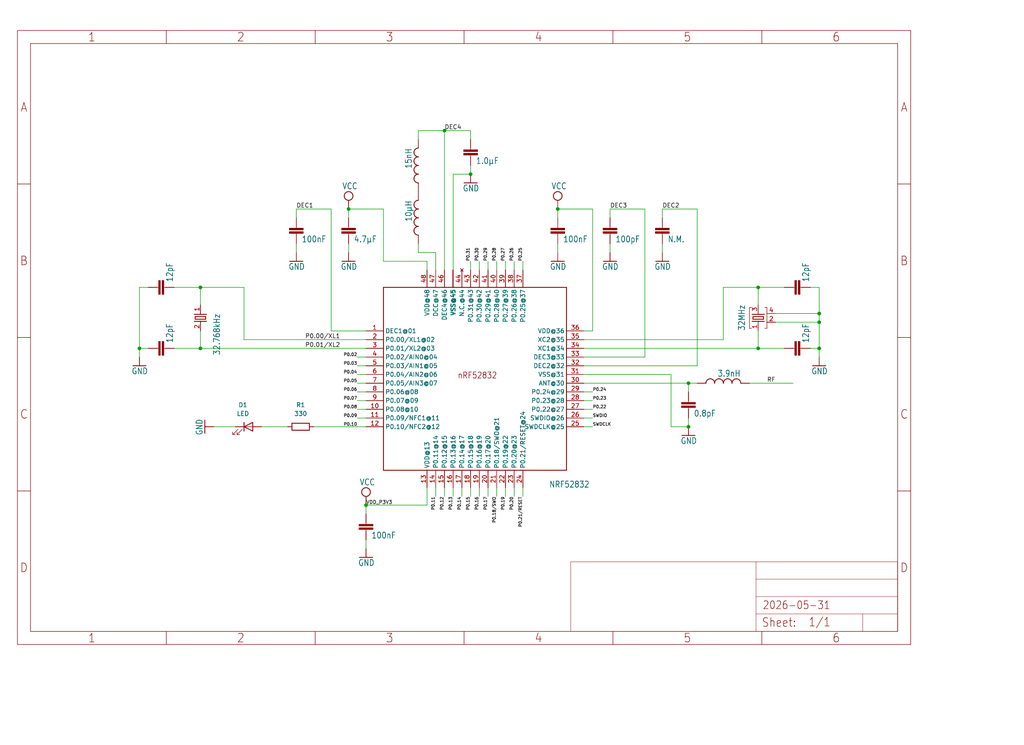
<source format=kicad_sch>
(kicad_sch (version 20230121) (generator eeschema)

  (uuid eb0c94af-5fd4-4a7b-8e12-62f4e6d35bcb)

  (paper "User" 298.45 217.322)

  (lib_symbols
    (symbol "Device:LED" (pin_numbers hide) (pin_names (offset 1.016) hide) (in_bom yes) (on_board yes)
      (property "Reference" "D" (at 0 2.54 0)
        (effects (font (size 1.27 1.27)))
      )
      (property "Value" "LED" (at 0 -2.54 0)
        (effects (font (size 1.27 1.27)))
      )
      (property "Footprint" "" (at 0 0 0)
        (effects (font (size 1.27 1.27)) hide)
      )
      (property "Datasheet" "~" (at 0 0 0)
        (effects (font (size 1.27 1.27)) hide)
      )
      (property "ki_keywords" "LED diode" (at 0 0 0)
        (effects (font (size 1.27 1.27)) hide)
      )
      (property "ki_description" "Light emitting diode" (at 0 0 0)
        (effects (font (size 1.27 1.27)) hide)
      )
      (property "ki_fp_filters" "LED* LED_SMD:* LED_THT:*" (at 0 0 0)
        (effects (font (size 1.27 1.27)) hide)
      )
      (symbol "LED_0_1"
        (polyline
          (pts
            (xy -1.27 -1.27)
            (xy -1.27 1.27)
          )
          (stroke (width 0.254) (type default))
          (fill (type none))
        )
        (polyline
          (pts
            (xy -1.27 0)
            (xy 1.27 0)
          )
          (stroke (width 0) (type default))
          (fill (type none))
        )
        (polyline
          (pts
            (xy 1.27 -1.27)
            (xy 1.27 1.27)
            (xy -1.27 0)
            (xy 1.27 -1.27)
          )
          (stroke (width 0.254) (type default))
          (fill (type none))
        )
        (polyline
          (pts
            (xy -3.048 -0.762)
            (xy -4.572 -2.286)
            (xy -3.81 -2.286)
            (xy -4.572 -2.286)
            (xy -4.572 -1.524)
          )
          (stroke (width 0) (type default))
          (fill (type none))
        )
        (polyline
          (pts
            (xy -1.778 -0.762)
            (xy -3.302 -2.286)
            (xy -2.54 -2.286)
            (xy -3.302 -2.286)
            (xy -3.302 -1.524)
          )
          (stroke (width 0) (type default))
          (fill (type none))
        )
      )
      (symbol "LED_1_1"
        (pin passive line (at -3.81 0 0) (length 2.54)
          (name "K" (effects (font (size 1.27 1.27))))
          (number "1" (effects (font (size 1.27 1.27))))
        )
        (pin passive line (at 3.81 0 180) (length 2.54)
          (name "A" (effects (font (size 1.27 1.27))))
          (number "2" (effects (font (size 1.27 1.27))))
        )
      )
    )
    (symbol "Device:R" (pin_numbers hide) (pin_names (offset 0)) (in_bom yes) (on_board yes)
      (property "Reference" "R" (at 2.032 0 90)
        (effects (font (size 1.27 1.27)))
      )
      (property "Value" "R" (at 0 0 90)
        (effects (font (size 1.27 1.27)))
      )
      (property "Footprint" "" (at -1.778 0 90)
        (effects (font (size 1.27 1.27)) hide)
      )
      (property "Datasheet" "~" (at 0 0 0)
        (effects (font (size 1.27 1.27)) hide)
      )
      (property "ki_keywords" "R res resistor" (at 0 0 0)
        (effects (font (size 1.27 1.27)) hide)
      )
      (property "ki_description" "Resistor" (at 0 0 0)
        (effects (font (size 1.27 1.27)) hide)
      )
      (property "ki_fp_filters" "R_*" (at 0 0 0)
        (effects (font (size 1.27 1.27)) hide)
      )
      (symbol "R_0_1"
        (rectangle (start -1.016 -2.54) (end 1.016 2.54)
          (stroke (width 0.254) (type default))
          (fill (type none))
        )
      )
      (symbol "R_1_1"
        (pin passive line (at 0 3.81 270) (length 1.27)
          (name "~" (effects (font (size 1.27 1.27))))
          (number "1" (effects (font (size 1.27 1.27))))
        )
        (pin passive line (at 0 -3.81 90) (length 1.27)
          (name "~" (effects (font (size 1.27 1.27))))
          (number "2" (effects (font (size 1.27 1.27))))
        )
      )
    )
    (symbol "nRF52832_qfaa_dcdc-eagle-import:A4L-LOC" (in_bom yes) (on_board yes)
      (property "Reference" "#FRAME" (at 0 0 0)
        (effects (font (size 1.27 1.27)) hide)
      )
      (property "Value" "" (at 0 0 0)
        (effects (font (size 1.27 1.27)) hide)
      )
      (property "Footprint" "" (at 0 0 0)
        (effects (font (size 1.27 1.27)) hide)
      )
      (property "Datasheet" "" (at 0 0 0)
        (effects (font (size 1.27 1.27)) hide)
      )
      (property "ki_locked" "" (at 0 0 0)
        (effects (font (size 1.27 1.27)))
      )
      (symbol "A4L-LOC_1_0"
        (polyline
          (pts
            (xy 0 44.7675)
            (xy 3.81 44.7675)
          )
          (stroke (width 0) (type default))
          (fill (type none))
        )
        (polyline
          (pts
            (xy 0 89.535)
            (xy 3.81 89.535)
          )
          (stroke (width 0) (type default))
          (fill (type none))
        )
        (polyline
          (pts
            (xy 0 134.3025)
            (xy 3.81 134.3025)
          )
          (stroke (width 0) (type default))
          (fill (type none))
        )
        (polyline
          (pts
            (xy 3.81 3.81)
            (xy 3.81 175.26)
          )
          (stroke (width 0) (type default))
          (fill (type none))
        )
        (polyline
          (pts
            (xy 43.3917 0)
            (xy 43.3917 3.81)
          )
          (stroke (width 0) (type default))
          (fill (type none))
        )
        (polyline
          (pts
            (xy 43.3917 175.26)
            (xy 43.3917 179.07)
          )
          (stroke (width 0) (type default))
          (fill (type none))
        )
        (polyline
          (pts
            (xy 86.7833 0)
            (xy 86.7833 3.81)
          )
          (stroke (width 0) (type default))
          (fill (type none))
        )
        (polyline
          (pts
            (xy 86.7833 175.26)
            (xy 86.7833 179.07)
          )
          (stroke (width 0) (type default))
          (fill (type none))
        )
        (polyline
          (pts
            (xy 130.175 0)
            (xy 130.175 3.81)
          )
          (stroke (width 0) (type default))
          (fill (type none))
        )
        (polyline
          (pts
            (xy 130.175 175.26)
            (xy 130.175 179.07)
          )
          (stroke (width 0) (type default))
          (fill (type none))
        )
        (polyline
          (pts
            (xy 161.29 3.81)
            (xy 161.29 24.13)
          )
          (stroke (width 0.1016) (type solid))
          (fill (type none))
        )
        (polyline
          (pts
            (xy 161.29 24.13)
            (xy 215.265 24.13)
          )
          (stroke (width 0.1016) (type solid))
          (fill (type none))
        )
        (polyline
          (pts
            (xy 173.5667 0)
            (xy 173.5667 3.81)
          )
          (stroke (width 0) (type default))
          (fill (type none))
        )
        (polyline
          (pts
            (xy 173.5667 175.26)
            (xy 173.5667 179.07)
          )
          (stroke (width 0) (type default))
          (fill (type none))
        )
        (polyline
          (pts
            (xy 215.265 8.89)
            (xy 215.265 3.81)
          )
          (stroke (width 0.1016) (type solid))
          (fill (type none))
        )
        (polyline
          (pts
            (xy 215.265 8.89)
            (xy 215.265 13.97)
          )
          (stroke (width 0.1016) (type solid))
          (fill (type none))
        )
        (polyline
          (pts
            (xy 215.265 13.97)
            (xy 215.265 19.05)
          )
          (stroke (width 0.1016) (type solid))
          (fill (type none))
        )
        (polyline
          (pts
            (xy 215.265 13.97)
            (xy 256.54 13.97)
          )
          (stroke (width 0.1016) (type solid))
          (fill (type none))
        )
        (polyline
          (pts
            (xy 215.265 19.05)
            (xy 215.265 24.13)
          )
          (stroke (width 0.1016) (type solid))
          (fill (type none))
        )
        (polyline
          (pts
            (xy 215.265 19.05)
            (xy 256.54 19.05)
          )
          (stroke (width 0.1016) (type solid))
          (fill (type none))
        )
        (polyline
          (pts
            (xy 215.265 24.13)
            (xy 256.54 24.13)
          )
          (stroke (width 0.1016) (type solid))
          (fill (type none))
        )
        (polyline
          (pts
            (xy 216.9583 0)
            (xy 216.9583 3.81)
          )
          (stroke (width 0) (type default))
          (fill (type none))
        )
        (polyline
          (pts
            (xy 216.9583 175.26)
            (xy 216.9583 179.07)
          )
          (stroke (width 0) (type default))
          (fill (type none))
        )
        (polyline
          (pts
            (xy 246.38 3.81)
            (xy 246.38 8.89)
          )
          (stroke (width 0.1016) (type solid))
          (fill (type none))
        )
        (polyline
          (pts
            (xy 246.38 8.89)
            (xy 215.265 8.89)
          )
          (stroke (width 0.1016) (type solid))
          (fill (type none))
        )
        (polyline
          (pts
            (xy 246.38 8.89)
            (xy 256.54 8.89)
          )
          (stroke (width 0.1016) (type solid))
          (fill (type none))
        )
        (polyline
          (pts
            (xy 256.54 3.81)
            (xy 3.81 3.81)
          )
          (stroke (width 0) (type default))
          (fill (type none))
        )
        (polyline
          (pts
            (xy 256.54 3.81)
            (xy 256.54 8.89)
          )
          (stroke (width 0.1016) (type solid))
          (fill (type none))
        )
        (polyline
          (pts
            (xy 256.54 3.81)
            (xy 256.54 175.26)
          )
          (stroke (width 0) (type default))
          (fill (type none))
        )
        (polyline
          (pts
            (xy 256.54 8.89)
            (xy 256.54 13.97)
          )
          (stroke (width 0.1016) (type solid))
          (fill (type none))
        )
        (polyline
          (pts
            (xy 256.54 13.97)
            (xy 256.54 19.05)
          )
          (stroke (width 0.1016) (type solid))
          (fill (type none))
        )
        (polyline
          (pts
            (xy 256.54 19.05)
            (xy 256.54 24.13)
          )
          (stroke (width 0.1016) (type solid))
          (fill (type none))
        )
        (polyline
          (pts
            (xy 256.54 44.7675)
            (xy 260.35 44.7675)
          )
          (stroke (width 0) (type default))
          (fill (type none))
        )
        (polyline
          (pts
            (xy 256.54 89.535)
            (xy 260.35 89.535)
          )
          (stroke (width 0) (type default))
          (fill (type none))
        )
        (polyline
          (pts
            (xy 256.54 134.3025)
            (xy 260.35 134.3025)
          )
          (stroke (width 0) (type default))
          (fill (type none))
        )
        (polyline
          (pts
            (xy 256.54 175.26)
            (xy 3.81 175.26)
          )
          (stroke (width 0) (type default))
          (fill (type none))
        )
        (polyline
          (pts
            (xy 0 0)
            (xy 260.35 0)
            (xy 260.35 179.07)
            (xy 0 179.07)
            (xy 0 0)
          )
          (stroke (width 0) (type default))
          (fill (type none))
        )
        (text "${#}/${##}" (at 230.505 5.08 0)
          (effects (font (size 2.54 2.159)) (justify left bottom))
        )
        (text "${CURRENT_DATE}" (at 217.17 10.16 0)
          (effects (font (size 2.286 1.9431)) (justify left bottom))
        )
        (text "${PROJECTNAME}" (at 217.17 15.24 0)
          (effects (font (size 2.54 2.159)) (justify left bottom))
        )
        (text "1" (at 21.6958 1.905 0)
          (effects (font (size 2.54 2.286)))
        )
        (text "1" (at 21.6958 177.165 0)
          (effects (font (size 2.54 2.286)))
        )
        (text "2" (at 65.0875 1.905 0)
          (effects (font (size 2.54 2.286)))
        )
        (text "2" (at 65.0875 177.165 0)
          (effects (font (size 2.54 2.286)))
        )
        (text "3" (at 108.4792 1.905 0)
          (effects (font (size 2.54 2.286)))
        )
        (text "3" (at 108.4792 177.165 0)
          (effects (font (size 2.54 2.286)))
        )
        (text "4" (at 151.8708 1.905 0)
          (effects (font (size 2.54 2.286)))
        )
        (text "4" (at 151.8708 177.165 0)
          (effects (font (size 2.54 2.286)))
        )
        (text "5" (at 195.2625 1.905 0)
          (effects (font (size 2.54 2.286)))
        )
        (text "5" (at 195.2625 177.165 0)
          (effects (font (size 2.54 2.286)))
        )
        (text "6" (at 238.6542 1.905 0)
          (effects (font (size 2.54 2.286)))
        )
        (text "6" (at 238.6542 177.165 0)
          (effects (font (size 2.54 2.286)))
        )
        (text "A" (at 1.905 156.6863 0)
          (effects (font (size 2.54 2.286)))
        )
        (text "A" (at 258.445 156.6863 0)
          (effects (font (size 2.54 2.286)))
        )
        (text "B" (at 1.905 111.9188 0)
          (effects (font (size 2.54 2.286)))
        )
        (text "B" (at 258.445 111.9188 0)
          (effects (font (size 2.54 2.286)))
        )
        (text "C" (at 1.905 67.1513 0)
          (effects (font (size 2.54 2.286)))
        )
        (text "C" (at 258.445 67.1513 0)
          (effects (font (size 2.54 2.286)))
        )
        (text "D" (at 1.905 22.3838 0)
          (effects (font (size 2.54 2.286)))
        )
        (text "D" (at 258.445 22.3838 0)
          (effects (font (size 2.54 2.286)))
        )
        (text "Sheet:" (at 216.916 4.953 0)
          (effects (font (size 2.54 2.159)) (justify left bottom))
        )
      )
    )
    (symbol "nRF52832_qfaa_dcdc-eagle-import:CAPACITOR_0402_N" (in_bom yes) (on_board yes)
      (property "Reference" "" (at 1.524 0.381 0)
        (effects (font (size 1.778 1.5113)) (justify left bottom) hide)
      )
      (property "Value" "" (at 1.524 -4.699 0)
        (effects (font (size 1.778 1.5113)) (justify left bottom))
      )
      (property "Footprint" "nRF52832_qfaa_dcdc:RESC0402_N" (at 0 0 0)
        (effects (font (size 1.27 1.27)) hide)
      )
      (property "Datasheet" "" (at 0 0 0)
        (effects (font (size 1.27 1.27)) hide)
      )
      (property "ki_locked" "" (at 0 0 0)
        (effects (font (size 1.27 1.27)))
      )
      (symbol "CAPACITOR_0402_N_1_0"
        (rectangle (start -2.032 -2.032) (end 2.032 -1.524)
          (stroke (width 0) (type default))
          (fill (type outline))
        )
        (rectangle (start -2.032 -1.016) (end 2.032 -0.508)
          (stroke (width 0) (type default))
          (fill (type outline))
        )
        (polyline
          (pts
            (xy 0 -2.54)
            (xy 0 -2.032)
          )
          (stroke (width 0.1524) (type solid))
          (fill (type none))
        )
        (polyline
          (pts
            (xy 0 0)
            (xy 0 -0.508)
          )
          (stroke (width 0.1524) (type solid))
          (fill (type none))
        )
        (pin passive line (at 0 2.54 270) (length 2.54)
          (name "1" (effects (font (size 0 0))))
          (number "1" (effects (font (size 0 0))))
        )
        (pin passive line (at 0 -5.08 90) (length 2.54)
          (name "2" (effects (font (size 0 0))))
          (number "2" (effects (font (size 0 0))))
        )
      )
    )
    (symbol "nRF52832_qfaa_dcdc-eagle-import:CAPACITOR_0603_N" (in_bom yes) (on_board yes)
      (property "Reference" "" (at 1.524 0.381 0)
        (effects (font (size 1.778 1.5113)) (justify left bottom) hide)
      )
      (property "Value" "" (at 1.524 -4.699 0)
        (effects (font (size 1.778 1.5113)) (justify left bottom))
      )
      (property "Footprint" "nRF52832_qfaa_dcdc:RESC0603_N" (at 0 0 0)
        (effects (font (size 1.27 1.27)) hide)
      )
      (property "Datasheet" "" (at 0 0 0)
        (effects (font (size 1.27 1.27)) hide)
      )
      (property "ki_locked" "" (at 0 0 0)
        (effects (font (size 1.27 1.27)))
      )
      (symbol "CAPACITOR_0603_N_1_0"
        (rectangle (start -2.032 -2.032) (end 2.032 -1.524)
          (stroke (width 0) (type default))
          (fill (type outline))
        )
        (rectangle (start -2.032 -1.016) (end 2.032 -0.508)
          (stroke (width 0) (type default))
          (fill (type outline))
        )
        (polyline
          (pts
            (xy 0 -2.54)
            (xy 0 -2.032)
          )
          (stroke (width 0.1524) (type solid))
          (fill (type none))
        )
        (polyline
          (pts
            (xy 0 0)
            (xy 0 -0.508)
          )
          (stroke (width 0.1524) (type solid))
          (fill (type none))
        )
        (pin passive line (at 0 2.54 270) (length 2.54)
          (name "1" (effects (font (size 0 0))))
          (number "1" (effects (font (size 0 0))))
        )
        (pin passive line (at 0 -5.08 90) (length 2.54)
          (name "2" (effects (font (size 0 0))))
          (number "2" (effects (font (size 0 0))))
        )
      )
    )
    (symbol "nRF52832_qfaa_dcdc-eagle-import:GND" (power) (in_bom yes) (on_board yes)
      (property "Reference" "#GND" (at 0 0 0)
        (effects (font (size 1.27 1.27)) hide)
      )
      (property "Value" "GND" (at -2.54 -2.54 0)
        (effects (font (size 1.778 1.5113)) (justify left bottom))
      )
      (property "Footprint" "" (at 0 0 0)
        (effects (font (size 1.27 1.27)) hide)
      )
      (property "Datasheet" "" (at 0 0 0)
        (effects (font (size 1.27 1.27)) hide)
      )
      (property "ki_locked" "" (at 0 0 0)
        (effects (font (size 1.27 1.27)))
      )
      (symbol "GND_1_0"
        (polyline
          (pts
            (xy -1.905 0)
            (xy 1.905 0)
          )
          (stroke (width 0.254) (type solid))
          (fill (type none))
        )
        (pin power_in line (at 0 2.54 270) (length 2.54)
          (name "GND" (effects (font (size 0 0))))
          (number "1" (effects (font (size 0 0))))
        )
      )
    )
    (symbol "nRF52832_qfaa_dcdc-eagle-import:INDUCTOR_0402_N" (in_bom yes) (on_board yes)
      (property "Reference" "" (at -1.27 -5.08 90)
        (effects (font (size 1.778 1.5113)) (justify left bottom) hide)
      )
      (property "Value" "" (at 3.81 -5.08 90)
        (effects (font (size 1.778 1.5113)) (justify left bottom))
      )
      (property "Footprint" "nRF52832_qfaa_dcdc:RESC0402_N" (at 0 0 0)
        (effects (font (size 1.27 1.27)) hide)
      )
      (property "Datasheet" "" (at 0 0 0)
        (effects (font (size 1.27 1.27)) hide)
      )
      (property "ki_locked" "" (at 0 0 0)
        (effects (font (size 1.27 1.27)))
      )
      (symbol "INDUCTOR_0402_N_1_0"
        (arc (start 0 -5.08) (mid 0.898 -4.708) (end 1.27 -3.81)
          (stroke (width 0.254) (type solid))
          (fill (type none))
        )
        (arc (start 0 -2.54) (mid 0.898 -2.168) (end 1.27 -1.27)
          (stroke (width 0.254) (type solid))
          (fill (type none))
        )
        (arc (start 0 0) (mid 0.898 0.372) (end 1.27 1.27)
          (stroke (width 0.254) (type solid))
          (fill (type none))
        )
        (arc (start 0 2.54) (mid 0.898 2.912) (end 1.27 3.81)
          (stroke (width 0.254) (type solid))
          (fill (type none))
        )
        (arc (start 1.27 -3.81) (mid 0.898 -2.912) (end 0 -2.54)
          (stroke (width 0.254) (type solid))
          (fill (type none))
        )
        (arc (start 1.27 -1.27) (mid 0.898 -0.372) (end 0 0)
          (stroke (width 0.254) (type solid))
          (fill (type none))
        )
        (arc (start 1.27 1.27) (mid 0.898 2.168) (end 0 2.54)
          (stroke (width 0.254) (type solid))
          (fill (type none))
        )
        (arc (start 1.27 3.81) (mid 0.898 4.708) (end 0 5.08)
          (stroke (width 0.254) (type solid))
          (fill (type none))
        )
        (pin passive line (at 0 7.62 270) (length 2.54)
          (name "1" (effects (font (size 0 0))))
          (number "1" (effects (font (size 0 0))))
        )
        (pin passive line (at 0 -7.62 90) (length 2.54)
          (name "2" (effects (font (size 0 0))))
          (number "2" (effects (font (size 0 0))))
        )
      )
    )
    (symbol "nRF52832_qfaa_dcdc-eagle-import:INDUCTOR_0603_N" (in_bom yes) (on_board yes)
      (property "Reference" "" (at -1.27 -5.08 90)
        (effects (font (size 1.778 1.5113)) (justify left bottom) hide)
      )
      (property "Value" "" (at 3.81 -5.08 90)
        (effects (font (size 1.778 1.5113)) (justify left bottom))
      )
      (property "Footprint" "nRF52832_qfaa_dcdc:RESC0603_N" (at 0 0 0)
        (effects (font (size 1.27 1.27)) hide)
      )
      (property "Datasheet" "" (at 0 0 0)
        (effects (font (size 1.27 1.27)) hide)
      )
      (property "ki_locked" "" (at 0 0 0)
        (effects (font (size 1.27 1.27)))
      )
      (symbol "INDUCTOR_0603_N_1_0"
        (arc (start 0 -5.08) (mid 0.898 -4.708) (end 1.27 -3.81)
          (stroke (width 0.254) (type solid))
          (fill (type none))
        )
        (arc (start 0 -2.54) (mid 0.898 -2.168) (end 1.27 -1.27)
          (stroke (width 0.254) (type solid))
          (fill (type none))
        )
        (arc (start 0 0) (mid 0.898 0.372) (end 1.27 1.27)
          (stroke (width 0.254) (type solid))
          (fill (type none))
        )
        (arc (start 0 2.54) (mid 0.898 2.912) (end 1.27 3.81)
          (stroke (width 0.254) (type solid))
          (fill (type none))
        )
        (arc (start 1.27 -3.81) (mid 0.898 -2.912) (end 0 -2.54)
          (stroke (width 0.254) (type solid))
          (fill (type none))
        )
        (arc (start 1.27 -1.27) (mid 0.898 -0.372) (end 0 0)
          (stroke (width 0.254) (type solid))
          (fill (type none))
        )
        (arc (start 1.27 1.27) (mid 0.898 2.168) (end 0 2.54)
          (stroke (width 0.254) (type solid))
          (fill (type none))
        )
        (arc (start 1.27 3.81) (mid 0.898 4.708) (end 0 5.08)
          (stroke (width 0.254) (type solid))
          (fill (type none))
        )
        (pin passive line (at 0 7.62 270) (length 2.54)
          (name "1" (effects (font (size 0 0))))
          (number "1" (effects (font (size 0 0))))
        )
        (pin passive line (at 0 -7.62 90) (length 2.54)
          (name "2" (effects (font (size 0 0))))
          (number "2" (effects (font (size 0 0))))
        )
      )
    )
    (symbol "nRF52832_qfaa_dcdc-eagle-import:NRF52832" (in_bom yes) (on_board yes)
      (property "Reference" "" (at 48.26 -2.54 0)
        (effects (font (size 1.778 1.5113)) (justify left bottom) hide)
      )
      (property "Value" "" (at 48.26 -5.08 0)
        (effects (font (size 1.778 1.5113)) (justify left bottom))
      )
      (property "Footprint" "nRF52832_qfaa_dcdc:QFN40P600X600X90-48_N" (at 0 0 0)
        (effects (font (size 1.27 1.27)) hide)
      )
      (property "Datasheet" "" (at 0 0 0)
        (effects (font (size 1.27 1.27)) hide)
      )
      (property "ki_locked" "" (at 0 0 0)
        (effects (font (size 1.27 1.27)))
      )
      (symbol "NRF52832_1_0"
        (polyline
          (pts
            (xy 0 0)
            (xy 0 53.34)
          )
          (stroke (width 0.254) (type solid))
          (fill (type none))
        )
        (polyline
          (pts
            (xy 0 53.34)
            (xy 53.34 53.34)
          )
          (stroke (width 0.254) (type solid))
          (fill (type none))
        )
        (polyline
          (pts
            (xy 53.34 0)
            (xy 0 0)
          )
          (stroke (width 0.254) (type solid))
          (fill (type none))
        )
        (polyline
          (pts
            (xy 53.34 53.34)
            (xy 53.34 0)
          )
          (stroke (width 0.254) (type solid))
          (fill (type none))
        )
        (text "nRF52832" (at 21.59 26.67 0)
          (effects (font (size 1.778 1.5113)) (justify left bottom))
        )
        (pin power_in line (at -5.08 40.64 0) (length 5.08)
          (name "DEC1@01" (effects (font (size 1.27 1.27))))
          (number "1" (effects (font (size 1.27 1.27))))
        )
        (pin bidirectional line (at -5.08 17.78 0) (length 5.08)
          (name "P0.08@10" (effects (font (size 1.27 1.27))))
          (number "10" (effects (font (size 1.27 1.27))))
        )
        (pin bidirectional line (at -5.08 15.24 0) (length 5.08)
          (name "P0.09/NFC1@11" (effects (font (size 1.27 1.27))))
          (number "11" (effects (font (size 1.27 1.27))))
        )
        (pin bidirectional line (at -5.08 12.7 0) (length 5.08)
          (name "P0.10/NFC2@12" (effects (font (size 1.27 1.27))))
          (number "12" (effects (font (size 1.27 1.27))))
        )
        (pin power_in line (at 12.7 -5.08 90) (length 5.08)
          (name "VDD@13" (effects (font (size 1.27 1.27))))
          (number "13" (effects (font (size 1.27 1.27))))
        )
        (pin bidirectional line (at 15.24 -5.08 90) (length 5.08)
          (name "P0.11@14" (effects (font (size 1.27 1.27))))
          (number "14" (effects (font (size 1.27 1.27))))
        )
        (pin bidirectional line (at 17.78 -5.08 90) (length 5.08)
          (name "P0.12@15" (effects (font (size 1.27 1.27))))
          (number "15" (effects (font (size 1.27 1.27))))
        )
        (pin bidirectional line (at 20.32 -5.08 90) (length 5.08)
          (name "P0.13@16" (effects (font (size 1.27 1.27))))
          (number "16" (effects (font (size 1.27 1.27))))
        )
        (pin bidirectional line (at 22.86 -5.08 90) (length 5.08)
          (name "P0.14@17" (effects (font (size 1.27 1.27))))
          (number "17" (effects (font (size 1.27 1.27))))
        )
        (pin bidirectional line (at 25.4 -5.08 90) (length 5.08)
          (name "P0.15@18" (effects (font (size 1.27 1.27))))
          (number "18" (effects (font (size 1.27 1.27))))
        )
        (pin bidirectional line (at 27.94 -5.08 90) (length 5.08)
          (name "P0.16@19" (effects (font (size 1.27 1.27))))
          (number "19" (effects (font (size 1.27 1.27))))
        )
        (pin bidirectional line (at -5.08 38.1 0) (length 5.08)
          (name "P0.00/XL1@02" (effects (font (size 1.27 1.27))))
          (number "2" (effects (font (size 1.27 1.27))))
        )
        (pin bidirectional line (at 30.48 -5.08 90) (length 5.08)
          (name "P0.17@20" (effects (font (size 1.27 1.27))))
          (number "20" (effects (font (size 1.27 1.27))))
        )
        (pin bidirectional line (at 33.02 -5.08 90) (length 5.08)
          (name "P0.18/SWO@21" (effects (font (size 1.27 1.27))))
          (number "21" (effects (font (size 1.27 1.27))))
        )
        (pin bidirectional line (at 35.56 -5.08 90) (length 5.08)
          (name "P0.19@22" (effects (font (size 1.27 1.27))))
          (number "22" (effects (font (size 1.27 1.27))))
        )
        (pin bidirectional line (at 38.1 -5.08 90) (length 5.08)
          (name "P0.20@23" (effects (font (size 1.27 1.27))))
          (number "23" (effects (font (size 1.27 1.27))))
        )
        (pin bidirectional line (at 40.64 -5.08 90) (length 5.08)
          (name "P0.21/RESET@24" (effects (font (size 1.27 1.27))))
          (number "24" (effects (font (size 1.27 1.27))))
        )
        (pin input line (at 58.42 12.7 180) (length 5.08)
          (name "SWDCLK@25" (effects (font (size 1.27 1.27))))
          (number "25" (effects (font (size 1.27 1.27))))
        )
        (pin bidirectional line (at 58.42 15.24 180) (length 5.08)
          (name "SWDIO@26" (effects (font (size 1.27 1.27))))
          (number "26" (effects (font (size 1.27 1.27))))
        )
        (pin bidirectional line (at 58.42 17.78 180) (length 5.08)
          (name "P0.22@27" (effects (font (size 1.27 1.27))))
          (number "27" (effects (font (size 1.27 1.27))))
        )
        (pin bidirectional line (at 58.42 20.32 180) (length 5.08)
          (name "P0.23@28" (effects (font (size 1.27 1.27))))
          (number "28" (effects (font (size 1.27 1.27))))
        )
        (pin bidirectional line (at 58.42 22.86 180) (length 5.08)
          (name "P0.24@29" (effects (font (size 1.27 1.27))))
          (number "29" (effects (font (size 1.27 1.27))))
        )
        (pin bidirectional line (at -5.08 35.56 0) (length 5.08)
          (name "P0.01/XL2@03" (effects (font (size 1.27 1.27))))
          (number "3" (effects (font (size 1.27 1.27))))
        )
        (pin bidirectional line (at 58.42 25.4 180) (length 5.08)
          (name "ANT@30" (effects (font (size 1.27 1.27))))
          (number "30" (effects (font (size 1.27 1.27))))
        )
        (pin bidirectional line (at 58.42 27.94 180) (length 5.08)
          (name "VSS@31" (effects (font (size 1.27 1.27))))
          (number "31" (effects (font (size 1.27 1.27))))
        )
        (pin bidirectional line (at 58.42 30.48 180) (length 5.08)
          (name "DEC2@32" (effects (font (size 1.27 1.27))))
          (number "32" (effects (font (size 1.27 1.27))))
        )
        (pin bidirectional line (at 58.42 33.02 180) (length 5.08)
          (name "DEC3@33" (effects (font (size 1.27 1.27))))
          (number "33" (effects (font (size 1.27 1.27))))
        )
        (pin input line (at 58.42 35.56 180) (length 5.08)
          (name "XC1@34" (effects (font (size 1.27 1.27))))
          (number "34" (effects (font (size 1.27 1.27))))
        )
        (pin output line (at 58.42 38.1 180) (length 5.08)
          (name "XC2@35" (effects (font (size 1.27 1.27))))
          (number "35" (effects (font (size 1.27 1.27))))
        )
        (pin power_in line (at 58.42 40.64 180) (length 5.08)
          (name "VDD@36" (effects (font (size 1.27 1.27))))
          (number "36" (effects (font (size 1.27 1.27))))
        )
        (pin bidirectional line (at 40.64 58.42 270) (length 5.08)
          (name "P0.25@37" (effects (font (size 1.27 1.27))))
          (number "37" (effects (font (size 1.27 1.27))))
        )
        (pin bidirectional line (at 38.1 58.42 270) (length 5.08)
          (name "P0.26@38" (effects (font (size 1.27 1.27))))
          (number "38" (effects (font (size 1.27 1.27))))
        )
        (pin bidirectional line (at 35.56 58.42 270) (length 5.08)
          (name "P0.27@39" (effects (font (size 1.27 1.27))))
          (number "39" (effects (font (size 1.27 1.27))))
        )
        (pin bidirectional line (at -5.08 33.02 0) (length 5.08)
          (name "P0.02/AIN0@04" (effects (font (size 1.27 1.27))))
          (number "4" (effects (font (size 1.27 1.27))))
        )
        (pin bidirectional line (at 33.02 58.42 270) (length 5.08)
          (name "P0.28@40" (effects (font (size 1.27 1.27))))
          (number "40" (effects (font (size 1.27 1.27))))
        )
        (pin bidirectional line (at 30.48 58.42 270) (length 5.08)
          (name "P0.29@41" (effects (font (size 1.27 1.27))))
          (number "41" (effects (font (size 1.27 1.27))))
        )
        (pin bidirectional line (at 27.94 58.42 270) (length 5.08)
          (name "P0.30@42" (effects (font (size 1.27 1.27))))
          (number "42" (effects (font (size 1.27 1.27))))
        )
        (pin bidirectional line (at 25.4 58.42 270) (length 5.08)
          (name "P0.31@43" (effects (font (size 1.27 1.27))))
          (number "43" (effects (font (size 1.27 1.27))))
        )
        (pin no_connect line (at 22.86 58.42 270) (length 5.08)
          (name "N.C.@44" (effects (font (size 1.27 1.27))))
          (number "44" (effects (font (size 1.27 1.27))))
        )
        (pin power_in line (at 20.32 58.42 270) (length 5.08)
          (name "VSS@45" (effects (font (size 1.27 1.27))))
          (number "45" (effects (font (size 0 0))))
        )
        (pin power_in line (at 17.78 58.42 270) (length 5.08)
          (name "DEC4@46" (effects (font (size 1.27 1.27))))
          (number "46" (effects (font (size 1.27 1.27))))
        )
        (pin output line (at 15.24 58.42 270) (length 5.08)
          (name "DCC@47" (effects (font (size 1.27 1.27))))
          (number "47" (effects (font (size 1.27 1.27))))
        )
        (pin power_in line (at 12.7 58.42 270) (length 5.08)
          (name "VDD@48" (effects (font (size 1.27 1.27))))
          (number "48" (effects (font (size 1.27 1.27))))
        )
        (pin bidirectional line (at -5.08 30.48 0) (length 5.08)
          (name "P0.03/AIN1@05" (effects (font (size 1.27 1.27))))
          (number "5" (effects (font (size 1.27 1.27))))
        )
        (pin bidirectional line (at -5.08 27.94 0) (length 5.08)
          (name "P0.04/AIN2@06" (effects (font (size 1.27 1.27))))
          (number "6" (effects (font (size 1.27 1.27))))
        )
        (pin bidirectional line (at -5.08 25.4 0) (length 5.08)
          (name "P0.05/AIN3@07" (effects (font (size 1.27 1.27))))
          (number "7" (effects (font (size 1.27 1.27))))
        )
        (pin bidirectional line (at -5.08 22.86 0) (length 5.08)
          (name "P0.06@08" (effects (font (size 1.27 1.27))))
          (number "8" (effects (font (size 1.27 1.27))))
        )
        (pin bidirectional line (at -5.08 20.32 0) (length 5.08)
          (name "P0.07@09" (effects (font (size 1.27 1.27))))
          (number "9" (effects (font (size 1.27 1.27))))
        )
        (pin power_in line (at 20.32 58.42 270) (length 5.08)
          (name "VSS@45" (effects (font (size 1.27 1.27))))
          (number "PAD" (effects (font (size 0 0))))
        )
        (pin power_in line (at 20.32 58.42 270) (length 5.08)
          (name "VSS@45" (effects (font (size 1.27 1.27))))
          (number "PAD@VIA01" (effects (font (size 0 0))))
        )
        (pin power_in line (at 20.32 58.42 270) (length 5.08)
          (name "VSS@45" (effects (font (size 1.27 1.27))))
          (number "PAD@VIA02" (effects (font (size 0 0))))
        )
        (pin power_in line (at 20.32 58.42 270) (length 5.08)
          (name "VSS@45" (effects (font (size 1.27 1.27))))
          (number "PAD@VIA03" (effects (font (size 0 0))))
        )
        (pin power_in line (at 20.32 58.42 270) (length 5.08)
          (name "VSS@45" (effects (font (size 1.27 1.27))))
          (number "PAD@VIA04" (effects (font (size 0 0))))
        )
        (pin power_in line (at 20.32 58.42 270) (length 5.08)
          (name "VSS@45" (effects (font (size 1.27 1.27))))
          (number "PAD@VIA05" (effects (font (size 0 0))))
        )
        (pin power_in line (at 20.32 58.42 270) (length 5.08)
          (name "VSS@45" (effects (font (size 1.27 1.27))))
          (number "PAD@VIA06" (effects (font (size 0 0))))
        )
        (pin power_in line (at 20.32 58.42 270) (length 5.08)
          (name "VSS@45" (effects (font (size 1.27 1.27))))
          (number "PAD@VIA07" (effects (font (size 0 0))))
        )
        (pin power_in line (at 20.32 58.42 270) (length 5.08)
          (name "VSS@45" (effects (font (size 1.27 1.27))))
          (number "PAD@VIA08" (effects (font (size 0 0))))
        )
        (pin power_in line (at 20.32 58.42 270) (length 5.08)
          (name "VSS@45" (effects (font (size 1.27 1.27))))
          (number "PAD@VIA09" (effects (font (size 0 0))))
        )
        (pin power_in line (at 20.32 58.42 270) (length 5.08)
          (name "VSS@45" (effects (font (size 1.27 1.27))))
          (number "PAD@VIA10" (effects (font (size 0 0))))
        )
        (pin power_in line (at 20.32 58.42 270) (length 5.08)
          (name "VSS@45" (effects (font (size 1.27 1.27))))
          (number "PAD@VIA11" (effects (font (size 0 0))))
        )
        (pin power_in line (at 20.32 58.42 270) (length 5.08)
          (name "VSS@45" (effects (font (size 1.27 1.27))))
          (number "PAD@VIA12" (effects (font (size 0 0))))
        )
        (pin power_in line (at 20.32 58.42 270) (length 5.08)
          (name "VSS@45" (effects (font (size 1.27 1.27))))
          (number "PAD@VIA13" (effects (font (size 0 0))))
        )
        (pin power_in line (at 20.32 58.42 270) (length 5.08)
          (name "VSS@45" (effects (font (size 1.27 1.27))))
          (number "PAD@VIA14" (effects (font (size 0 0))))
        )
        (pin power_in line (at 20.32 58.42 270) (length 5.08)
          (name "VSS@45" (effects (font (size 1.27 1.27))))
          (number "PAD@VIA15" (effects (font (size 0 0))))
        )
        (pin power_in line (at 20.32 58.42 270) (length 5.08)
          (name "VSS@45" (effects (font (size 1.27 1.27))))
          (number "PAD@VIA16" (effects (font (size 0 0))))
        )
      )
    )
    (symbol "nRF52832_qfaa_dcdc-eagle-import:VCC" (power) (in_bom yes) (on_board yes)
      (property "Reference" "#SUPPLY" (at 0 0 0)
        (effects (font (size 1.27 1.27)) hide)
      )
      (property "Value" "VCC" (at -1.905 3.175 0)
        (effects (font (size 1.778 1.5113)) (justify left bottom))
      )
      (property "Footprint" "" (at 0 0 0)
        (effects (font (size 1.27 1.27)) hide)
      )
      (property "Datasheet" "" (at 0 0 0)
        (effects (font (size 1.27 1.27)) hide)
      )
      (property "ki_locked" "" (at 0 0 0)
        (effects (font (size 1.27 1.27)))
      )
      (symbol "VCC_1_0"
        (circle (center 0 1.27) (radius 1.27)
          (stroke (width 0.254) (type solid))
          (fill (type none))
        )
        (pin power_in line (at 0 -2.54 90) (length 2.54)
          (name "VCC" (effects (font (size 0 0))))
          (number "1" (effects (font (size 0 0))))
        )
      )
    )
    (symbol "nRF52832_qfaa_dcdc-eagle-import:XTAL_32KHZ" (in_bom yes) (on_board yes)
      (property "Reference" "" (at 0 6.096 0)
        (effects (font (size 1.778 1.5113)) (justify left bottom) hide)
      )
      (property "Value" "" (at 0 3.81 0)
        (effects (font (size 1.778 1.5113)) (justify left bottom))
      )
      (property "Footprint" "nRF52832_qfaa_dcdc:XTAL_3215_N" (at 0 0 0)
        (effects (font (size 1.27 1.27)) hide)
      )
      (property "Datasheet" "" (at 0 0 0)
        (effects (font (size 1.27 1.27)) hide)
      )
      (property "ki_locked" "" (at 0 0 0)
        (effects (font (size 1.27 1.27)))
      )
      (symbol "XTAL_32KHZ_1_0"
        (polyline
          (pts
            (xy 0 0)
            (xy 0.254 0)
          )
          (stroke (width 0.1524) (type solid))
          (fill (type none))
        )
        (polyline
          (pts
            (xy 0.254 0)
            (xy 0.254 -1.778)
          )
          (stroke (width 0.254) (type solid))
          (fill (type none))
        )
        (polyline
          (pts
            (xy 0.254 1.778)
            (xy 0.254 0)
          )
          (stroke (width 0.254) (type solid))
          (fill (type none))
        )
        (polyline
          (pts
            (xy 0.889 -1.524)
            (xy 1.651 -1.524)
          )
          (stroke (width 0.254) (type solid))
          (fill (type none))
        )
        (polyline
          (pts
            (xy 0.889 1.524)
            (xy 0.889 -1.524)
          )
          (stroke (width 0.254) (type solid))
          (fill (type none))
        )
        (polyline
          (pts
            (xy 1.651 -1.524)
            (xy 1.651 1.524)
          )
          (stroke (width 0.254) (type solid))
          (fill (type none))
        )
        (polyline
          (pts
            (xy 1.651 1.524)
            (xy 0.889 1.524)
          )
          (stroke (width 0.254) (type solid))
          (fill (type none))
        )
        (polyline
          (pts
            (xy 2.286 0)
            (xy 2.286 -1.778)
          )
          (stroke (width 0.254) (type solid))
          (fill (type none))
        )
        (polyline
          (pts
            (xy 2.286 0)
            (xy 2.54 0)
          )
          (stroke (width 0.1524) (type solid))
          (fill (type none))
        )
        (polyline
          (pts
            (xy 2.286 1.778)
            (xy 2.286 0)
          )
          (stroke (width 0.254) (type solid))
          (fill (type none))
        )
        (pin passive line (at -2.54 0 0) (length 2.54)
          (name "1" (effects (font (size 0 0))))
          (number "1" (effects (font (size 1.27 1.27))))
        )
        (pin passive line (at 5.08 0 180) (length 2.54)
          (name "2" (effects (font (size 0 0))))
          (number "2" (effects (font (size 1.27 1.27))))
        )
      )
    )
    (symbol "nRF52832_qfaa_dcdc-eagle-import:XTAL_32MHZ" (in_bom yes) (on_board yes)
      (property "Reference" "" (at 0 8.636 0)
        (effects (font (size 1.778 1.5113)) (justify left bottom) hide)
      )
      (property "Value" "" (at 0 6.35 0)
        (effects (font (size 1.778 1.5113)) (justify left bottom))
      )
      (property "Footprint" "nRF52832_qfaa_dcdc:BT-XTAL_2016_N" (at 0 0 0)
        (effects (font (size 1.27 1.27)) hide)
      )
      (property "Datasheet" "" (at 0 0 0)
        (effects (font (size 1.27 1.27)) hide)
      )
      (property "ki_locked" "" (at 0 0 0)
        (effects (font (size 1.27 1.27)))
      )
      (symbol "XTAL_32MHZ_1_0"
        (polyline
          (pts
            (xy 0.762 0)
            (xy 0.762 0.635)
          )
          (stroke (width 0.1524) (type solid))
          (fill (type none))
        )
        (polyline
          (pts
            (xy 0.762 0)
            (xy 6.858 0)
          )
          (stroke (width 0.1524) (type solid))
          (fill (type none))
        )
        (polyline
          (pts
            (xy 0.762 4.445)
            (xy 0.762 5.08)
          )
          (stroke (width 0.1524) (type solid))
          (fill (type none))
        )
        (polyline
          (pts
            (xy 0.762 5.08)
            (xy 6.858 5.08)
          )
          (stroke (width 0.1524) (type solid))
          (fill (type none))
        )
        (polyline
          (pts
            (xy 2.54 2.54)
            (xy 2.794 2.54)
          )
          (stroke (width 0.1524) (type solid))
          (fill (type none))
        )
        (polyline
          (pts
            (xy 2.794 2.54)
            (xy 2.794 0.762)
          )
          (stroke (width 0.254) (type solid))
          (fill (type none))
        )
        (polyline
          (pts
            (xy 2.794 4.318)
            (xy 2.794 2.54)
          )
          (stroke (width 0.254) (type solid))
          (fill (type none))
        )
        (polyline
          (pts
            (xy 3.429 1.016)
            (xy 4.191 1.016)
          )
          (stroke (width 0.254) (type solid))
          (fill (type none))
        )
        (polyline
          (pts
            (xy 3.429 4.064)
            (xy 3.429 1.016)
          )
          (stroke (width 0.254) (type solid))
          (fill (type none))
        )
        (polyline
          (pts
            (xy 4.191 1.016)
            (xy 4.191 4.064)
          )
          (stroke (width 0.254) (type solid))
          (fill (type none))
        )
        (polyline
          (pts
            (xy 4.191 4.064)
            (xy 3.429 4.064)
          )
          (stroke (width 0.254) (type solid))
          (fill (type none))
        )
        (polyline
          (pts
            (xy 4.826 2.54)
            (xy 4.826 0.762)
          )
          (stroke (width 0.254) (type solid))
          (fill (type none))
        )
        (polyline
          (pts
            (xy 4.826 2.54)
            (xy 5.08 2.54)
          )
          (stroke (width 0.1524) (type solid))
          (fill (type none))
        )
        (polyline
          (pts
            (xy 4.826 4.318)
            (xy 4.826 2.54)
          )
          (stroke (width 0.254) (type solid))
          (fill (type none))
        )
        (polyline
          (pts
            (xy 6.858 0.635)
            (xy 6.858 0)
          )
          (stroke (width 0.1524) (type solid))
          (fill (type none))
        )
        (polyline
          (pts
            (xy 6.858 5.08)
            (xy 6.858 4.445)
          )
          (stroke (width 0.1524) (type solid))
          (fill (type none))
        )
        (pin passive line (at 0 2.54 0) (length 2.54)
          (name "1" (effects (font (size 0 0))))
          (number "1" (effects (font (size 1.27 1.27))))
        )
        (pin passive line (at 2.54 -2.54 90) (length 2.54)
          (name "2" (effects (font (size 0 0))))
          (number "2" (effects (font (size 1.27 1.27))))
        )
        (pin passive line (at 7.62 2.54 180) (length 2.54)
          (name "3" (effects (font (size 0 0))))
          (number "3" (effects (font (size 1.27 1.27))))
        )
        (pin passive line (at 5.08 -2.54 90) (length 2.54)
          (name "4" (effects (font (size 0 0))))
          (number "4" (effects (font (size 1.27 1.27))))
        )
      )
    )
  )

  (junction (at 238.76 91.44) (diameter 0) (color 0 0 0 0)
    (uuid 34e1b7b5-ef43-4865-857c-f8cb2562bfa0)
  )
  (junction (at 220.98 83.82) (diameter 0) (color 0 0 0 0)
    (uuid 431e6eec-d4d6-459e-a22b-d01f10691dd3)
  )
  (junction (at 129.54 38.1) (diameter 0) (color 0 0 0 0)
    (uuid 4de8a777-6ee9-42b8-ba14-1bc32d564a65)
  )
  (junction (at 58.42 83.82) (diameter 0) (color 0 0 0 0)
    (uuid 5db94df0-6d6d-46a1-8602-7e3f791b4911)
  )
  (junction (at 101.6 60.96) (diameter 0) (color 0 0 0 0)
    (uuid 62bb6374-0441-4b1e-8ab9-5d7360ecd12d)
  )
  (junction (at 162.56 60.96) (diameter 0) (color 0 0 0 0)
    (uuid 6342e691-4254-440c-926d-b4d18dc6f258)
  )
  (junction (at 137.16 50.8) (diameter 0) (color 0 0 0 0)
    (uuid 6b8ea7d6-370c-4eb3-9b4c-b98f5b0d0288)
  )
  (junction (at 106.68 147.32) (diameter 0) (color 0 0 0 0)
    (uuid 9b1cfb2e-435c-4156-a07e-3a870ad6c139)
  )
  (junction (at 238.76 93.98) (diameter 0) (color 0 0 0 0)
    (uuid 9e468f6b-c7a5-4bf3-97e6-2f501a2f24c2)
  )
  (junction (at 58.42 101.6) (diameter 0) (color 0 0 0 0)
    (uuid a5a4bd25-e8dd-42d5-97b5-e10b3810195c)
  )
  (junction (at 40.64 101.6) (diameter 0) (color 0 0 0 0)
    (uuid a609bded-7ec0-4261-b9f5-643fe76455e5)
  )
  (junction (at 238.76 101.6) (diameter 0) (color 0 0 0 0)
    (uuid aab80a6b-9150-48a0-bd26-52994f0f5fce)
  )
  (junction (at 200.66 111.76) (diameter 0) (color 0 0 0 0)
    (uuid b5e5b536-124e-4834-a4c5-1c23a39c4b6f)
  )
  (junction (at 200.66 124.46) (diameter 0) (color 0 0 0 0)
    (uuid e0380430-9ee7-4fcd-906c-60dfce0407ca)
  )
  (junction (at 220.98 101.6) (diameter 0) (color 0 0 0 0)
    (uuid ffd04f7c-fc4f-49e3-8577-b3f857f1f127)
  )

  (wire (pts (xy 218.44 111.76) (xy 231.14 111.76))
    (stroke (width 0.1524) (type solid))
    (uuid 008e7f7c-38b6-47d8-a65e-2389a3476c94)
  )
  (wire (pts (xy 147.32 78.74) (xy 147.32 76.2))
    (stroke (width 0.1524) (type solid))
    (uuid 01cce6aa-5d1b-44d5-838a-e75852be3785)
  )
  (wire (pts (xy 149.86 142.24) (xy 149.86 144.78))
    (stroke (width 0.1524) (type solid))
    (uuid 027b57f7-7515-4b0e-a08d-404fbb93eb9a)
  )
  (wire (pts (xy 147.32 142.24) (xy 147.32 144.78))
    (stroke (width 0.1524) (type solid))
    (uuid 02b6a5e2-e72b-477b-9539-ddc768849d84)
  )
  (wire (pts (xy 132.08 50.8) (xy 137.16 50.8))
    (stroke (width 0.1524) (type solid))
    (uuid 0335948f-d968-4e0e-bb51-342f55ec733e)
  )
  (wire (pts (xy 43.18 101.6) (xy 40.64 101.6))
    (stroke (width 0.1524) (type solid))
    (uuid 03ae359b-daea-44d8-94a4-30ad29f02088)
  )
  (wire (pts (xy 96.52 60.96) (xy 86.36 60.96))
    (stroke (width 0.1524) (type solid))
    (uuid 04c6e043-e50a-4add-949f-da420164d427)
  )
  (wire (pts (xy 106.68 104.14) (xy 104.14 104.14))
    (stroke (width 0.1524) (type solid))
    (uuid 07270df9-e800-483b-97e7-62c4e8f5d7bb)
  )
  (wire (pts (xy 187.96 104.14) (xy 170.18 104.14))
    (stroke (width 0.1524) (type solid))
    (uuid 0a6e8b79-4ed9-4384-982a-96d135ff238d)
  )
  (wire (pts (xy 106.68 114.3) (xy 104.14 114.3))
    (stroke (width 0.1524) (type solid))
    (uuid 0be589d8-1112-4033-afc2-15ba170b61b2)
  )
  (wire (pts (xy 236.22 101.6) (xy 238.76 101.6))
    (stroke (width 0.1524) (type solid))
    (uuid 0cec1049-cae2-4765-86b3-16d7a3d6d91a)
  )
  (wire (pts (xy 76.2 124.46) (xy 83.82 124.46))
    (stroke (width 0) (type default))
    (uuid 0fe618d5-a33d-4e70-9bb5-2c0114d098e0)
  )
  (wire (pts (xy 162.56 71.12) (xy 162.56 73.66))
    (stroke (width 0.1524) (type solid))
    (uuid 122d0338-f813-42f8-8127-7217de632a69)
  )
  (wire (pts (xy 127 73.66) (xy 121.92 73.66))
    (stroke (width 0.1524) (type solid))
    (uuid 134e79aa-488e-4ab4-bbd5-e885c68f794b)
  )
  (wire (pts (xy 106.68 147.32) (xy 106.68 149.86))
    (stroke (width 0.1524) (type solid))
    (uuid 19e4c4ec-9f2e-44f3-870d-1f89d853e897)
  )
  (wire (pts (xy 137.16 48.26) (xy 137.16 50.8))
    (stroke (width 0.1524) (type solid))
    (uuid 1c7834c2-7815-4075-917c-4dc66646d2b3)
  )
  (wire (pts (xy 134.62 142.24) (xy 134.62 144.78))
    (stroke (width 0.1524) (type solid))
    (uuid 26ae6b1c-e032-4b47-aa41-f418425ef316)
  )
  (wire (pts (xy 121.92 73.66) (xy 121.92 71.12))
    (stroke (width 0.1524) (type solid))
    (uuid 26dba42d-847e-4c0e-be23-879b56c1bb52)
  )
  (wire (pts (xy 220.98 83.82) (xy 210.82 83.82))
    (stroke (width 0.1524) (type solid))
    (uuid 276e6a68-7379-4da2-a0f2-903b6a58b61d)
  )
  (wire (pts (xy 195.58 124.46) (xy 200.66 124.46))
    (stroke (width 0.1524) (type solid))
    (uuid 2900fd8c-0c29-4ed0-8f47-49789d523b89)
  )
  (wire (pts (xy 226.06 93.98) (xy 238.76 93.98))
    (stroke (width 0.1524) (type solid))
    (uuid 2cef9b3f-b666-4898-ad0e-c90c2ad61026)
  )
  (wire (pts (xy 152.4 78.74) (xy 152.4 76.2))
    (stroke (width 0.1524) (type solid))
    (uuid 2d0ae5c4-8e12-43ce-9083-a87d8e525404)
  )
  (wire (pts (xy 71.12 99.06) (xy 71.12 83.82))
    (stroke (width 0.1524) (type solid))
    (uuid 2dab1399-12bc-40f3-9b55-405017070a50)
  )
  (wire (pts (xy 193.04 60.96) (xy 193.04 63.5))
    (stroke (width 0.1524) (type solid))
    (uuid 33a2e65c-3d56-4ad4-9f8d-ed7721836a72)
  )
  (wire (pts (xy 104.14 121.92) (xy 106.68 121.92))
    (stroke (width 0.1524) (type solid))
    (uuid 36b9a3f1-ed79-48fb-bffd-b64f7c5cb5e9)
  )
  (wire (pts (xy 111.76 60.96) (xy 101.6 60.96))
    (stroke (width 0.1524) (type solid))
    (uuid 3a2d0932-a3d5-481b-9dfe-555fb4d893d5)
  )
  (wire (pts (xy 177.8 60.96) (xy 187.96 60.96))
    (stroke (width 0.1524) (type solid))
    (uuid 40062254-d098-423a-8fe2-8d0c88d965ee)
  )
  (wire (pts (xy 203.2 106.68) (xy 203.2 60.96))
    (stroke (width 0.1524) (type solid))
    (uuid 42551a61-c727-451b-b57c-562b04608104)
  )
  (wire (pts (xy 40.64 104.14) (xy 40.64 101.6))
    (stroke (width 0.1524) (type solid))
    (uuid 447274a0-7e56-4088-8788-62566acf151f)
  )
  (wire (pts (xy 121.92 40.64) (xy 121.92 38.1))
    (stroke (width 0.1524) (type solid))
    (uuid 452f00e0-beb7-475b-a1ab-13b11fafebe2)
  )
  (wire (pts (xy 172.72 96.52) (xy 172.72 60.96))
    (stroke (width 0.1524) (type solid))
    (uuid 46428a23-1780-4d8c-8131-b0f46362d93b)
  )
  (wire (pts (xy 238.76 93.98) (xy 238.76 101.6))
    (stroke (width 0.1524) (type solid))
    (uuid 4b219cec-08f2-4ea6-a7d0-9c6c2447b910)
  )
  (wire (pts (xy 200.66 124.46) (xy 200.66 121.92))
    (stroke (width 0.1524) (type solid))
    (uuid 4c6e7a07-b3b0-4ec3-a9f3-492642bf49f5)
  )
  (wire (pts (xy 101.6 60.96) (xy 101.6 63.5))
    (stroke (width 0.1524) (type solid))
    (uuid 4fb821b0-b92b-4d3f-a309-1aa5f40e372c)
  )
  (wire (pts (xy 238.76 101.6) (xy 238.76 104.14))
    (stroke (width 0.1524) (type solid))
    (uuid 5127c0f8-73cf-4a5b-b11d-5e98e10a9d9c)
  )
  (wire (pts (xy 142.24 78.74) (xy 142.24 76.2))
    (stroke (width 0.1524) (type solid))
    (uuid 528adbb8-f77a-4a3b-9177-f05800b2bfd5)
  )
  (wire (pts (xy 50.8 83.82) (xy 58.42 83.82))
    (stroke (width 0.1524) (type solid))
    (uuid 57cc7437-6505-4448-ac50-5dacfaaff7d2)
  )
  (wire (pts (xy 96.52 96.52) (xy 96.52 60.96))
    (stroke (width 0.1524) (type solid))
    (uuid 58fbf785-bca8-41dd-8a93-5d96bbcbf207)
  )
  (wire (pts (xy 170.18 116.84) (xy 172.72 116.84))
    (stroke (width 0.1524) (type solid))
    (uuid 59f62650-18d9-443a-b872-4a5b9fa19702)
  )
  (wire (pts (xy 106.68 111.76) (xy 104.14 111.76))
    (stroke (width 0.1524) (type solid))
    (uuid 5b93b291-2cb3-4436-96e5-62ebad62129a)
  )
  (wire (pts (xy 170.18 114.3) (xy 172.72 114.3))
    (stroke (width 0.1524) (type solid))
    (uuid 629309e3-8418-4310-b4b0-e8458c210c22)
  )
  (wire (pts (xy 40.64 101.6) (xy 40.64 83.82))
    (stroke (width 0.1524) (type solid))
    (uuid 66eba27b-3697-4003-9593-4cba033c07be)
  )
  (wire (pts (xy 62.23 124.46) (xy 68.58 124.46))
    (stroke (width 0) (type default))
    (uuid 6cfd901a-3373-41fd-913f-b0c006083c80)
  )
  (wire (pts (xy 226.06 91.44) (xy 238.76 91.44))
    (stroke (width 0.1524) (type solid))
    (uuid 6d94fa81-a2ac-4d2f-8376-ae00d1a6dc49)
  )
  (wire (pts (xy 58.42 83.82) (xy 58.42 88.9))
    (stroke (width 0.1524) (type solid))
    (uuid 6f510076-ca0c-4a8a-8371-90cabac79735)
  )
  (wire (pts (xy 177.8 63.5) (xy 177.8 60.96))
    (stroke (width 0.1524) (type solid))
    (uuid 75cfb5c2-b7bd-4c8d-883e-262c8ecc9ee2)
  )
  (wire (pts (xy 152.4 142.24) (xy 152.4 144.78))
    (stroke (width 0.1524) (type solid))
    (uuid 7686a8de-648d-4a15-8dbf-e4cf3da51e71)
  )
  (wire (pts (xy 228.6 83.82) (xy 220.98 83.82))
    (stroke (width 0.1524) (type solid))
    (uuid 77690af4-0cb5-4670-8b9a-d3591a330feb)
  )
  (wire (pts (xy 170.18 121.92) (xy 172.72 121.92))
    (stroke (width 0.1524) (type solid))
    (uuid 7f60e165-6ae8-4b63-a0c4-76068006db56)
  )
  (wire (pts (xy 124.46 78.74) (xy 124.46 76.2))
    (stroke (width 0.1524) (type solid))
    (uuid 7fdf4b2d-0afc-4ab2-98ea-13704752d761)
  )
  (wire (pts (xy 170.18 96.52) (xy 172.72 96.52))
    (stroke (width 0.1524) (type solid))
    (uuid 80ae1399-1b9d-4603-9e96-f8a3c783bed7)
  )
  (wire (pts (xy 137.16 142.24) (xy 137.16 144.78))
    (stroke (width 0.1524) (type solid))
    (uuid 8127a90e-669c-4c95-8852-e3ba02f09764)
  )
  (wire (pts (xy 86.36 60.96) (xy 86.36 63.5))
    (stroke (width 0.1524) (type solid))
    (uuid 82e556ea-d92d-427e-b0da-fc8b01eda4b6)
  )
  (wire (pts (xy 106.68 96.52) (xy 96.52 96.52))
    (stroke (width 0.1524) (type solid))
    (uuid 872b787b-84d6-4f71-966d-290910db8425)
  )
  (wire (pts (xy 124.46 142.24) (xy 124.46 147.32))
    (stroke (width 0.1524) (type solid))
    (uuid 8775e8a9-4e53-47b0-b4a9-ab2168c5dddb)
  )
  (wire (pts (xy 139.7 78.74) (xy 139.7 76.2))
    (stroke (width 0.1524) (type solid))
    (uuid 8792a966-6ade-4395-97a7-b2a5b8a9c524)
  )
  (wire (pts (xy 139.7 142.24) (xy 139.7 144.78))
    (stroke (width 0.1524) (type solid))
    (uuid 8843a6ee-624d-4690-8a8c-ba0574b84742)
  )
  (wire (pts (xy 137.16 38.1) (xy 137.16 40.64))
    (stroke (width 0.1524) (type solid))
    (uuid 8a3d8ceb-58a7-4c91-8bf3-93fdced1e492)
  )
  (wire (pts (xy 106.68 160.02) (xy 106.68 157.48))
    (stroke (width 0.1524) (type solid))
    (uuid 8aba2c85-a653-4aa9-8e02-6878921ce599)
  )
  (wire (pts (xy 106.68 119.38) (xy 104.14 119.38))
    (stroke (width 0.1524) (type solid))
    (uuid 8b440849-b417-47fd-83ad-2b1a57dc7001)
  )
  (wire (pts (xy 71.12 83.82) (xy 58.42 83.82))
    (stroke (width 0.1524) (type solid))
    (uuid 8b5bc129-3d2f-4773-ba28-97ae9c8f717b)
  )
  (wire (pts (xy 170.18 111.76) (xy 200.66 111.76))
    (stroke (width 0.1524) (type solid))
    (uuid 8eab7e7b-4bf2-4f47-adaf-9796a4aaf359)
  )
  (wire (pts (xy 106.68 116.84) (xy 104.14 116.84))
    (stroke (width 0.1524) (type solid))
    (uuid 90706061-11b7-45b6-a7db-03adda7f53e3)
  )
  (wire (pts (xy 170.18 124.46) (xy 172.72 124.46))
    (stroke (width 0.1524) (type solid))
    (uuid 9101d12e-8cee-4649-93d2-3346a62b4ca5)
  )
  (wire (pts (xy 132.08 78.74) (xy 132.08 50.8))
    (stroke (width 0.1524) (type solid))
    (uuid 921bd5f9-51b1-48cb-80e2-5dd8b74acae2)
  )
  (wire (pts (xy 187.96 60.96) (xy 187.96 104.14))
    (stroke (width 0.1524) (type solid))
    (uuid 944f228b-a783-4ba9-ba1b-821884c8abad)
  )
  (wire (pts (xy 170.18 119.38) (xy 172.72 119.38))
    (stroke (width 0.1524) (type solid))
    (uuid 9494e517-6874-4a1c-b7ea-2cd9120bff3c)
  )
  (wire (pts (xy 137.16 78.74) (xy 137.16 76.2))
    (stroke (width 0.1524) (type solid))
    (uuid a2f29c69-67ad-4e95-a1b6-c96f14a2810d)
  )
  (wire (pts (xy 106.68 109.22) (xy 104.14 109.22))
    (stroke (width 0.1524) (type solid))
    (uuid a4c62103-b1ea-4928-a0d8-fe16824910b4)
  )
  (wire (pts (xy 172.72 60.96) (xy 162.56 60.96))
    (stroke (width 0.1524) (type solid))
    (uuid a95db6e2-e0df-416d-9522-471b792a4006)
  )
  (wire (pts (xy 220.98 96.52) (xy 220.98 101.6))
    (stroke (width 0.1524) (type solid))
    (uuid ab7b065f-749b-4cf3-a6d2-40422d780708)
  )
  (wire (pts (xy 40.64 83.82) (xy 43.18 83.82))
    (stroke (width 0.1524) (type solid))
    (uuid ad42f8c8-d329-40f2-8b86-c16b5f8d2a3d)
  )
  (wire (pts (xy 50.8 101.6) (xy 58.42 101.6))
    (stroke (width 0.1524) (type solid))
    (uuid afa0f943-be55-47d2-a1ba-8cf6513f8fa9)
  )
  (wire (pts (xy 86.36 73.66) (xy 86.36 71.12))
    (stroke (width 0.1524) (type solid))
    (uuid b08502c3-ef77-478b-b29b-7554de360ad1)
  )
  (wire (pts (xy 129.54 142.24) (xy 129.54 144.78))
    (stroke (width 0.1524) (type solid))
    (uuid b3e59a06-7fab-48a2-8579-e3f5ab1fa474)
  )
  (wire (pts (xy 210.82 99.06) (xy 170.18 99.06))
    (stroke (width 0.1524) (type solid))
    (uuid b56ec706-e5a0-430a-bb97-4c51a486c43a)
  )
  (wire (pts (xy 127 142.24) (xy 127 144.78))
    (stroke (width 0.1524) (type solid))
    (uuid b57115ff-bda0-413a-b7cd-c32b6ac5973c)
  )
  (wire (pts (xy 238.76 83.82) (xy 238.76 91.44))
    (stroke (width 0.1524) (type solid))
    (uuid b8146863-88cd-4c17-b0e3-d3f976e0d86c)
  )
  (wire (pts (xy 129.54 78.74) (xy 129.54 38.1))
    (stroke (width 0.1524) (type solid))
    (uuid b86564e0-59d0-4cb3-b8a8-a3385944af0b)
  )
  (wire (pts (xy 101.6 73.66) (xy 101.6 71.12))
    (stroke (width 0.1524) (type solid))
    (uuid b9cdb476-da55-4af9-a67d-40a7fb6fd7eb)
  )
  (wire (pts (xy 144.78 78.74) (xy 144.78 76.2))
    (stroke (width 0.1524) (type solid))
    (uuid b9e594c4-8e62-4163-aa16-bc5222fde317)
  )
  (wire (pts (xy 170.18 101.6) (xy 220.98 101.6))
    (stroke (width 0.1524) (type solid))
    (uuid bf3e4439-2802-4cc2-b067-ab090ee1b53c)
  )
  (wire (pts (xy 236.22 83.82) (xy 238.76 83.82))
    (stroke (width 0.1524) (type solid))
    (uuid c2878c3b-5207-477d-b613-0849a1b98d0f)
  )
  (wire (pts (xy 121.92 38.1) (xy 129.54 38.1))
    (stroke (width 0.1524) (type solid))
    (uuid cbed3995-5c51-4e50-858d-e6fc858ea40b)
  )
  (wire (pts (xy 58.42 101.6) (xy 106.68 101.6))
    (stroke (width 0.1524) (type solid))
    (uuid cc42c023-5eac-4eda-8e27-070fddf59aed)
  )
  (wire (pts (xy 170.18 109.22) (xy 195.58 109.22))
    (stroke (width 0.1524) (type solid))
    (uuid ccf628d1-fd91-4890-94f1-ce75eee800e9)
  )
  (wire (pts (xy 200.66 114.3) (xy 200.66 111.76))
    (stroke (width 0.1524) (type solid))
    (uuid d164f896-a280-406f-932c-6d6ddbbccd63)
  )
  (wire (pts (xy 104.14 124.46) (xy 106.68 124.46))
    (stroke (width 0.1524) (type solid))
    (uuid d49e4c0b-52d3-4e62-82a3-58dd17ff88a5)
  )
  (wire (pts (xy 144.78 142.24) (xy 144.78 144.78))
    (stroke (width 0.1524) (type solid))
    (uuid d56cf922-fd16-4010-bb64-7bb9c532d14d)
  )
  (wire (pts (xy 238.76 91.44) (xy 238.76 93.98))
    (stroke (width 0.1524) (type solid))
    (uuid d5707830-85aa-483a-aff0-89b991f2e113)
  )
  (wire (pts (xy 162.56 60.96) (xy 162.56 63.5))
    (stroke (width 0.1524) (type solid))
    (uuid da710659-f17f-4466-a8ed-c2efb7b4f8dd)
  )
  (wire (pts (xy 132.08 142.24) (xy 132.08 144.78))
    (stroke (width 0.1524) (type solid))
    (uuid dab044e2-c92d-4216-81f2-84d01f465f7c)
  )
  (wire (pts (xy 142.24 142.24) (xy 142.24 144.78))
    (stroke (width 0.1524) (type solid))
    (uuid dc8c3ef8-359b-413d-b979-d08c10942680)
  )
  (wire (pts (xy 127 78.74) (xy 127 73.66))
    (stroke (width 0.1524) (type solid))
    (uuid dca6515a-5f80-4d3f-ba9d-1c2e14d29b6f)
  )
  (wire (pts (xy 170.18 106.68) (xy 203.2 106.68))
    (stroke (width 0.1524) (type solid))
    (uuid dcbb89c6-65ee-44ff-9e2b-d77752c35da7)
  )
  (wire (pts (xy 210.82 83.82) (xy 210.82 99.06))
    (stroke (width 0.1524) (type solid))
    (uuid e00f1472-06e5-485a-8d37-ab7a580fdd47)
  )
  (wire (pts (xy 124.46 147.32) (xy 106.68 147.32))
    (stroke (width 0.1524) (type solid))
    (uuid e1cc0036-061d-4be5-8975-adec8e241881)
  )
  (wire (pts (xy 177.8 71.12) (xy 177.8 73.66))
    (stroke (width 0.1524) (type solid))
    (uuid e276b921-a72f-4ddd-b94f-ed5fd4d0f02d)
  )
  (wire (pts (xy 193.04 71.12) (xy 193.04 73.66))
    (stroke (width 0.1524) (type solid))
    (uuid eb100a7f-994d-4fe4-a7b9-b2d32e8ccec0)
  )
  (wire (pts (xy 220.98 101.6) (xy 228.6 101.6))
    (stroke (width 0.1524) (type solid))
    (uuid ec117721-23ec-468a-b82c-63d6d65081ea)
  )
  (wire (pts (xy 124.46 76.2) (xy 111.76 76.2))
    (stroke (width 0.1524) (type solid))
    (uuid ed9c4f59-5754-4eab-8a9a-1fab1f34cf96)
  )
  (wire (pts (xy 203.2 60.96) (xy 193.04 60.96))
    (stroke (width 0.1524) (type solid))
    (uuid edde3f5d-7cf7-40c5-9e4d-48d10b6f86f4)
  )
  (wire (pts (xy 149.86 78.74) (xy 149.86 76.2))
    (stroke (width 0.1524) (type solid))
    (uuid eef72ad4-1341-4f04-b489-b5c819a050a9)
  )
  (wire (pts (xy 111.76 76.2) (xy 111.76 60.96))
    (stroke (width 0.1524) (type solid))
    (uuid f5342be1-21db-48cf-90c8-bab8d9a8ba35)
  )
  (wire (pts (xy 106.68 106.68) (xy 104.14 106.68))
    (stroke (width 0.1524) (type solid))
    (uuid f5d74f2d-8a67-4fff-86d1-0779fabea960)
  )
  (wire (pts (xy 104.14 124.46) (xy 91.44 124.46))
    (stroke (width 0) (type default))
    (uuid f6e81248-5415-4576-b8c1-e52913d32585)
  )
  (wire (pts (xy 220.98 83.82) (xy 220.98 88.9))
    (stroke (width 0.1524) (type solid))
    (uuid f8cc2488-ff5a-451f-a8cd-dd557b4d7478)
  )
  (wire (pts (xy 200.66 111.76) (xy 203.2 111.76))
    (stroke (width 0.1524) (type solid))
    (uuid fa277607-3dfe-475f-a46c-fe5ec3baa8cb)
  )
  (wire (pts (xy 71.12 99.06) (xy 106.68 99.06))
    (stroke (width 0.1524) (type solid))
    (uuid fa5bf411-1bf9-469b-af25-6bbc2f78cb9c)
  )
  (wire (pts (xy 195.58 109.22) (xy 195.58 124.46))
    (stroke (width 0.1524) (type solid))
    (uuid fc463bab-398b-4add-a970-ea417bd37f29)
  )
  (wire (pts (xy 129.54 38.1) (xy 137.16 38.1))
    (stroke (width 0.1524) (type solid))
    (uuid fd1a1e27-591e-4a5e-a28b-486a8ba0a8f2)
  )
  (wire (pts (xy 58.42 101.6) (xy 58.42 96.52))
    (stroke (width 0.1524) (type solid))
    (uuid fdca02be-41c9-447d-bf3a-a01fb01f25d4)
  )

  (label "DEC2" (at 193.04 60.96 0) (fields_autoplaced)
    (effects (font (size 1.2446 1.2446)) (justify left bottom))
    (uuid 01bf0ed7-4298-431d-b2d3-9515093e377e)
  )
  (label "P0.16" (at 139.7 144.78 270) (fields_autoplaced)
    (effects (font (size 0.889 0.889)) (justify right bottom))
    (uuid 0e66d947-334e-4887-8201-5509d4df5904)
  )
  (label "SWDCLK" (at 172.72 124.46 0) (fields_autoplaced)
    (effects (font (size 0.889 0.889)) (justify left bottom))
    (uuid 0fbb81ac-1c39-4b45-8f10-a1eef47dce30)
  )
  (label "P0.02" (at 104.14 104.14 180) (fields_autoplaced)
    (effects (font (size 0.889 0.889)) (justify right bottom))
    (uuid 17d560c1-17f7-4d0c-98e3-11fa6f50973e)
  )
  (label "P0.13" (at 132.08 144.78 270) (fields_autoplaced)
    (effects (font (size 0.889 0.889)) (justify right bottom))
    (uuid 2383bf52-0d21-40fc-8c7a-45b8a41a1838)
  )
  (label "RF" (at 223.52 111.76 0) (fields_autoplaced)
    (effects (font (size 1.2446 1.2446)) (justify left bottom))
    (uuid 278b63e9-97a4-4db5-b926-96f4ed8efc5d)
  )
  (label "P0.01/XL2" (at 88.9 101.6 0) (fields_autoplaced)
    (effects (font (size 1.2446 1.2446)) (justify left bottom))
    (uuid 29bb69a9-bce2-4a56-bcdb-58bbc3fd2fe5)
  )
  (label "P0.04" (at 104.14 109.22 180) (fields_autoplaced)
    (effects (font (size 0.889 0.889)) (justify right bottom))
    (uuid 2f429af8-b9cb-46bc-a1f3-98800c1ec0a3)
  )
  (label "P0.00/XL1" (at 88.9 99.06 0) (fields_autoplaced)
    (effects (font (size 1.2446 1.2446)) (justify left bottom))
    (uuid 32f3e0ad-4898-4648-8bbf-6d769819fd16)
  )
  (label "SWDIO" (at 172.72 121.92 0) (fields_autoplaced)
    (effects (font (size 0.889 0.889)) (justify left bottom))
    (uuid 35829d65-15c6-4678-8e09-2b6d09d4d5fa)
  )
  (label "P0.15" (at 137.16 144.78 270) (fields_autoplaced)
    (effects (font (size 0.889 0.889)) (justify right bottom))
    (uuid 39ff3193-7b16-4f4f-919c-947c19a61e84)
  )
  (label "P0.03" (at 104.14 106.68 180) (fields_autoplaced)
    (effects (font (size 0.889 0.889)) (justify right bottom))
    (uuid 3afe16e0-8b31-4841-90c7-7aacc8561976)
  )
  (label "P0.30" (at 139.7 76.2 90) (fields_autoplaced)
    (effects (font (size 0.889 0.889)) (justify left bottom))
    (uuid 41ae2425-aacd-42b8-ac6c-6723c732f002)
  )
  (label "P0.23" (at 172.72 116.84 0) (fields_autoplaced)
    (effects (font (size 0.889 0.889)) (justify left bottom))
    (uuid 4e93fdc3-c25a-4132-b3b2-d741db27f6e6)
  )
  (label "P0.07" (at 104.14 116.84 180) (fields_autoplaced)
    (effects (font (size 0.889 0.889)) (justify right bottom))
    (uuid 51d42282-fd03-401d-9f85-505d53bad45b)
  )
  (label "P0.27" (at 147.32 76.2 90) (fields_autoplaced)
    (effects (font (size 0.889 0.889)) (justify left bottom))
    (uuid 56c58425-81eb-4a9a-ab01-8ac75bdba186)
  )
  (label "P0.25" (at 152.4 76.2 90) (fields_autoplaced)
    (effects (font (size 0.889 0.889)) (justify left bottom))
    (uuid 58619643-5e5c-445e-9e7e-1bb4946b10b4)
  )
  (label "P0.24" (at 172.72 114.3 0) (fields_autoplaced)
    (effects (font (size 0.889 0.889)) (justify left bottom))
    (uuid 6a917c69-6895-4d3b-b58e-dd078fd69714)
  )
  (label "P0.11" (at 127 144.78 270) (fields_autoplaced)
    (effects (font (size 0.889 0.889)) (justify right bottom))
    (uuid 6b5b8f0c-d7a2-41e9-a3aa-4943cd695bf7)
  )
  (label "P0.08" (at 104.14 119.38 180) (fields_autoplaced)
    (effects (font (size 0.889 0.889)) (justify right bottom))
    (uuid 8170645d-1cc7-4fb5-a28d-354064655781)
  )
  (label "P0.28" (at 144.78 76.2 90) (fields_autoplaced)
    (effects (font (size 0.889 0.889)) (justify left bottom))
    (uuid 8237619b-4527-4742-9f6f-cf5afa3f80bc)
  )
  (label "P0.19" (at 147.32 144.78 270) (fields_autoplaced)
    (effects (font (size 0.889 0.889)) (justify right bottom))
    (uuid 86a9848d-7d68-4f1d-8212-0a7a2da6feb3)
  )
  (label "P0.09" (at 104.14 121.92 180) (fields_autoplaced)
    (effects (font (size 0.889 0.889)) (justify right bottom))
    (uuid 9901f65a-1504-4345-8b6b-0ca125745e60)
  )
  (label "P0.10" (at 104.14 124.46 180) (fields_autoplaced)
    (effects (font (size 0.889 0.889)) (justify right bottom))
    (uuid a0bf247f-2737-4470-adc2-7bfa58617979)
  )
  (label "P0.17" (at 142.24 144.78 270) (fields_autoplaced)
    (effects (font (size 0.889 0.889)) (justify right bottom))
    (uuid aa59466b-fef2-4c46-bd4c-09ea6a819b16)
  )
  (label "P0.12" (at 129.54 144.78 270) (fields_autoplaced)
    (effects (font (size 0.889 0.889)) (justify right bottom))
    (uuid ae732265-4af8-47d1-9029-034e67ff9061)
  )
  (label "P0.14" (at 134.62 144.78 270) (fields_autoplaced)
    (effects (font (size 0.889 0.889)) (justify right bottom))
    (uuid af732e20-f1dc-4cc7-97c5-cd972d95453b)
  )
  (label "P0.05" (at 104.14 111.76 180) (fields_autoplaced)
    (effects (font (size 0.889 0.889)) (justify right bottom))
    (uuid b3494dd9-85d3-48b4-80eb-b812c4902533)
  )
  (label "P0.20" (at 149.86 144.78 270) (fields_autoplaced)
    (effects (font (size 0.889 0.889)) (justify right bottom))
    (uuid b756197b-7624-4b14-9cdf-c5f32372bea8)
  )
  (label "P0.21/RESET" (at 152.4 144.78 270) (fields_autoplaced)
    (effects (font (size 0.889 0.889)) (justify right bottom))
    (uuid c67d31b7-b18a-4c08-aae6-8599417b74a3)
  )
  (label "P0.18/SWO" (at 144.78 144.78 270) (fields_autoplaced)
    (effects (font (size 0.889 0.889)) (justify right bottom))
    (uuid cc6ec251-5640-4346-882c-621bfcd61a9d)
  )
  (label "P0.29" (at 142.24 76.2 90) (fields_autoplaced)
    (effects (font (size 0.889 0.889)) (justify left bottom))
    (uuid ce13361e-2f4c-4f10-a201-affc6ba797b6)
  )
  (label "DEC3" (at 177.8 60.96 0) (fields_autoplaced)
    (effects (font (size 1.2446 1.2446)) (justify left bottom))
    (uuid e3213d02-8f6d-43cb-b85e-c1a689679be5)
  )
  (label "P0.31" (at 137.16 76.2 90) (fields_autoplaced)
    (effects (font (size 0.889 0.889)) (justify left bottom))
    (uuid e8cbb4f9-20f3-43cf-9474-6b5e186308ad)
  )
  (label "P0.22" (at 172.72 119.38 0) (fields_autoplaced)
    (effects (font (size 0.889 0.889)) (justify left bottom))
    (uuid ec0f94f8-3450-4ca2-b63a-ded0f34e71f7)
  )
  (label "VDD_P3V3" (at 106.68 147.32 0) (fields_autoplaced)
    (effects (font (size 1.016 1.016)) (justify left bottom))
    (uuid ecb63682-25a4-4c22-b606-ceb195b5f166)
  )
  (label "DEC1" (at 86.36 60.96 0) (fields_autoplaced)
    (effects (font (size 1.2446 1.2446)) (justify left bottom))
    (uuid f1c8f267-e1ad-40f4-b7ff-0ecbbb69a4fc)
  )
  (label "DEC4" (at 129.54 38.1 0) (fields_autoplaced)
    (effects (font (size 1.2446 1.2446)) (justify left bottom))
    (uuid f20780b1-16e9-4efa-b59e-310514073c2d)
  )
  (label "P0.26" (at 149.86 76.2 90) (fields_autoplaced)
    (effects (font (size 0.889 0.889)) (justify left bottom))
    (uuid f8fe7465-a444-4fd1-acb4-60fe8780edea)
  )
  (label "P0.06" (at 104.14 114.3 180) (fields_autoplaced)
    (effects (font (size 0.889 0.889)) (justify right bottom))
    (uuid fdf775b1-1b61-49a6-881d-aa77dd8fe6cd)
  )

  (symbol (lib_id "nRF52832_qfaa_dcdc-eagle-import:VCC") (at 162.56 58.42 0) (unit 1)
    (in_bom yes) (on_board yes) (dnp no)
    (uuid 04586603-e658-44ac-a2aa-903c83513979)
    (property "Reference" "#VDD_NRF02" (at 162.56 58.42 0)
      (effects (font (size 1.27 1.27)) hide)
    )
    (property "Value" "VCC" (at 160.655 55.245 0)
      (effects (font (size 1.778 1.5113)) (justify left bottom))
    )
    (property "Footprint" "" (at 162.56 58.42 0)
      (effects (font (size 1.27 1.27)) hide)
    )
    (property "Datasheet" "" (at 162.56 58.42 0)
      (effects (font (size 1.27 1.27)) hide)
    )
    (pin "1" (uuid 72e9ea21-fec1-45b0-8252-989ddd1bcb73))
    (instances
      (project "nRF52832_qfaa_dcdc"
        (path "/eb0c94af-5fd4-4a7b-8e12-62f4e6d35bcb"
          (reference "#VDD_NRF02") (unit 1)
        )
      )
    )
  )

  (symbol (lib_id "nRF52832_qfaa_dcdc-eagle-import:CAPACITOR_0402_N") (at 162.56 66.04 0) (unit 1)
    (in_bom yes) (on_board yes) (dnp no)
    (uuid 058d9abd-c930-4ff7-96de-cd6b54c0a1b6)
    (property "Reference" "C8" (at 164.084 65.659 0)
      (effects (font (size 1.778 1.5113)) (justify left bottom) hide)
    )
    (property "Value" "100nF" (at 164.084 70.739 0)
      (effects (font (size 1.778 1.5113)) (justify left bottom))
    )
    (property "Footprint" "nRF52832_qfaa_dcdc:RESC0402_N" (at 162.56 66.04 0)
      (effects (font (size 1.27 1.27)) hide)
    )
    (property "Datasheet" "" (at 162.56 66.04 0)
      (effects (font (size 1.27 1.27)) hide)
    )
    (pin "1" (uuid 583f4ebc-e023-4089-8c0a-2ac8689398d7))
    (pin "2" (uuid be663140-331f-4b33-b141-93ff007c7180))
    (instances
      (project "nRF52832_qfaa_dcdc"
        (path "/eb0c94af-5fd4-4a7b-8e12-62f4e6d35bcb"
          (reference "C8") (unit 1)
        )
      )
    )
  )

  (symbol (lib_id "nRF52832_qfaa_dcdc-eagle-import:GND") (at 137.16 53.34 0) (mirror y) (unit 1)
    (in_bom yes) (on_board yes) (dnp no)
    (uuid 0727d439-36e5-4bf0-a329-acf9239ffe67)
    (property "Reference" "#GND04" (at 137.16 53.34 0)
      (effects (font (size 1.27 1.27)) hide)
    )
    (property "Value" "GND" (at 139.7 55.88 0)
      (effects (font (size 1.778 1.5113)) (justify left bottom))
    )
    (property "Footprint" "" (at 137.16 53.34 0)
      (effects (font (size 1.27 1.27)) hide)
    )
    (property "Datasheet" "" (at 137.16 53.34 0)
      (effects (font (size 1.27 1.27)) hide)
    )
    (pin "1" (uuid 94960041-3d72-4236-9c64-29c9b1d744e9))
    (instances
      (project "nRF52832_qfaa_dcdc"
        (path "/eb0c94af-5fd4-4a7b-8e12-62f4e6d35bcb"
          (reference "#GND04") (unit 1)
        )
      )
    )
  )

  (symbol (lib_id "nRF52832_qfaa_dcdc-eagle-import:CAPACITOR_0402_N") (at 200.66 116.84 0) (unit 1)
    (in_bom yes) (on_board yes) (dnp no)
    (uuid 1d40bbbf-4c35-41d3-9e0a-feac46d3309a)
    (property "Reference" "C3" (at 202.184 116.459 0)
      (effects (font (size 1.778 1.5113)) (justify left bottom) hide)
    )
    (property "Value" "0.8pF" (at 202.184 121.539 0)
      (effects (font (size 1.778 1.5113)) (justify left bottom))
    )
    (property "Footprint" "nRF52832_qfaa_dcdc:RESC0402_N" (at 200.66 116.84 0)
      (effects (font (size 1.27 1.27)) hide)
    )
    (property "Datasheet" "" (at 200.66 116.84 0)
      (effects (font (size 1.27 1.27)) hide)
    )
    (pin "1" (uuid 82c2f9c5-4305-4977-a624-d01c0ab3cf66))
    (pin "2" (uuid 207bcd4d-6d98-47b2-8ade-298ebaca186c))
    (instances
      (project "nRF52832_qfaa_dcdc"
        (path "/eb0c94af-5fd4-4a7b-8e12-62f4e6d35bcb"
          (reference "C3") (unit 1)
        )
      )
    )
  )

  (symbol (lib_id "nRF52832_qfaa_dcdc-eagle-import:NRF52832") (at 111.76 137.16 0) (unit 1)
    (in_bom yes) (on_board yes) (dnp no)
    (uuid 1da0f162-bcb9-47d7-8c42-7ed9933c133f)
    (property "Reference" "U1" (at 160.02 139.7 0)
      (effects (font (size 1.778 1.5113)) (justify left bottom) hide)
    )
    (property "Value" "NRF52832" (at 160.02 142.24 0)
      (effects (font (size 1.778 1.5113)) (justify left bottom))
    )
    (property "Footprint" "nRF52832_qfaa_dcdc:QFN40P600X600X90-48_N" (at 111.76 137.16 0)
      (effects (font (size 1.27 1.27)) hide)
    )
    (property "Datasheet" "" (at 111.76 137.16 0)
      (effects (font (size 1.27 1.27)) hide)
    )
    (pin "1" (uuid 7eb19d61-7585-4f8b-ba70-40ca40ae49f3))
    (pin "10" (uuid c4b9f1cb-87b9-4f5c-8011-f660addf02a4))
    (pin "11" (uuid 1b9c5f65-f666-4f2d-bcc3-f98dd7bc6251))
    (pin "12" (uuid 825945ae-9ce7-4ddc-aacc-a05b9aba777c))
    (pin "13" (uuid 6cbda517-c58c-4e34-8e95-70e03e62ae22))
    (pin "14" (uuid 339239eb-5ae9-43d5-a83d-b09cfa6ac0f4))
    (pin "15" (uuid 4cecf902-83fd-4455-82c4-ceea0b0955e4))
    (pin "16" (uuid 7dca79c7-8419-44a1-a327-bc07058171e1))
    (pin "17" (uuid 7899b538-0951-43a0-a6d5-65eb7b44dd0b))
    (pin "18" (uuid 97914aa2-30ee-4780-9ced-554951912da9))
    (pin "19" (uuid 15443b0d-170f-4493-8036-a9bc244803ba))
    (pin "2" (uuid 28735f4b-7459-49d1-b94a-55b6042d7fe8))
    (pin "20" (uuid 67ba19d6-1902-48a1-8828-b949aba9b57e))
    (pin "21" (uuid 6727bfb9-63f5-4204-bd13-ae7daac3fe4d))
    (pin "22" (uuid f3130fd8-a11a-4b31-8eb0-f0802c4cffa1))
    (pin "23" (uuid 24e0cd63-1e73-4a53-9c1c-bb092ae20fd0))
    (pin "24" (uuid a2a57c33-ef56-45a5-8a82-076c83bd2a0f))
    (pin "25" (uuid af17db56-a145-424e-855f-d55155ea7a57))
    (pin "26" (uuid f7200431-60ba-4d94-90b4-54ffcc9f2a58))
    (pin "27" (uuid d051798c-f8ea-4410-9cd6-1a2cfb3cb3d6))
    (pin "28" (uuid 8bd2a7da-819c-4ef8-a8d3-cd3a356626d9))
    (pin "29" (uuid ded53a75-6154-4c4e-bf52-88922af73a69))
    (pin "3" (uuid dc59fbb4-a411-4579-8b80-18070ed8418a))
    (pin "30" (uuid 57886c24-ec7d-443a-a75b-44f5fb41150e))
    (pin "31" (uuid aec0f75b-9434-4a6c-8f89-ab149b7f0df0))
    (pin "32" (uuid ac8dadd9-7cb2-49d2-aeb9-4bc590142fb4))
    (pin "33" (uuid da6e48c0-8ae3-4f84-acb8-21ceeae15c95))
    (pin "34" (uuid b7f1f421-b3e7-4050-9dc8-e064f94622f2))
    (pin "35" (uuid b3e695a9-70bb-4cda-9c57-d981ace2647d))
    (pin "36" (uuid 647c8e41-8507-4d5c-ad0c-f523bcfb7041))
    (pin "37" (uuid 23b74634-53b1-4d7c-a13c-8a5af4183095))
    (pin "38" (uuid 14574602-1776-4f89-ac76-0d92178d03c1))
    (pin "39" (uuid c286e307-b669-4d2c-babc-56cf84551e6f))
    (pin "4" (uuid 859000e2-4976-44ca-ae88-78a3c4a52467))
    (pin "40" (uuid 0773a799-3252-4830-95f9-231e3fb04673))
    (pin "41" (uuid 8e32ab20-6f73-4975-897e-1c159d45fdde))
    (pin "42" (uuid d20d97ef-3872-464f-8d16-f67ffa34906a))
    (pin "43" (uuid 59dc08a1-2343-47ad-af3f-2beb58b8f6eb))
    (pin "44" (uuid ea140cda-df93-47f1-a906-e7717eb1f3a2))
    (pin "45" (uuid 1eb7e9ab-e6f4-4243-b2bb-a62dc2ae2266))
    (pin "46" (uuid 148fa0cd-9d55-494f-8490-f0eafe8d73e6))
    (pin "47" (uuid cb7773cc-8a38-4da0-a666-42fb7a691bf2))
    (pin "48" (uuid 3b863468-eef4-4e7a-9ed3-8e944e78f6e1))
    (pin "5" (uuid e27d54f6-8826-4fad-b015-4db666670c39))
    (pin "6" (uuid 6490dfdb-d580-47e6-9479-add9566b1b60))
    (pin "7" (uuid b3441dfb-b283-4d58-9ea0-daa1042e4fa4))
    (pin "8" (uuid 2b9d5bb5-8d94-43e8-8345-ba185372ae16))
    (pin "9" (uuid 0d106ba3-2b05-4a80-8334-226318c3c107))
    (pin "PAD" (uuid a6a96d79-4797-4619-becb-5ccdb3ad90e7))
    (pin "PAD@VIA01" (uuid 1381ac27-b250-4b5a-a463-20aaee803133))
    (pin "PAD@VIA02" (uuid f40a1195-68a3-4c82-9df1-fd1d68d01152))
    (pin "PAD@VIA03" (uuid cc9f7fa9-a880-453f-ba0e-b0bb2934781d))
    (pin "PAD@VIA04" (uuid 155ac0f1-a110-4fb4-b150-3c8d4fddb3ce))
    (pin "PAD@VIA05" (uuid a5e5b6a6-f406-46cf-809c-ba69333dc4c3))
    (pin "PAD@VIA06" (uuid 7c6e63f7-d46a-4cd3-bee5-da5f1039f48e))
    (pin "PAD@VIA07" (uuid 199f2b0e-244d-44a6-b20b-b579cd57cfee))
    (pin "PAD@VIA08" (uuid 20394a79-b8fe-4bf4-bd95-ce2a8464537d))
    (pin "PAD@VIA09" (uuid b6b87a05-3558-41fd-94bb-08daa591274e))
    (pin "PAD@VIA10" (uuid 651d9fc6-7b65-4f79-8968-16d8a467e4b4))
    (pin "PAD@VIA11" (uuid ff23b6b8-a570-4ebf-bf72-899149b43a1e))
    (pin "PAD@VIA12" (uuid beda290f-443a-4c1a-988a-f82384af7b43))
    (pin "PAD@VIA13" (uuid 26054ee4-249a-4a3a-9514-9f12282e569e))
    (pin "PAD@VIA14" (uuid 7178d393-faae-44bf-8bb8-72f93604c9d8))
    (pin "PAD@VIA15" (uuid 9c4b2c0b-c56f-42c5-aeeb-70e6fb12891a))
    (pin "PAD@VIA16" (uuid aae4db7d-5cfa-41db-8a6f-092a0cea9ca4))
    (instances
      (project "nRF52832_qfaa_dcdc"
        (path "/eb0c94af-5fd4-4a7b-8e12-62f4e6d35bcb"
          (reference "U1") (unit 1)
        )
      )
    )
  )

  (symbol (lib_id "nRF52832_qfaa_dcdc-eagle-import:GND") (at 200.66 127 0) (mirror y) (unit 1)
    (in_bom yes) (on_board yes) (dnp no)
    (uuid 1ded6497-09af-41f7-8590-7f18b64a933b)
    (property "Reference" "#GND06" (at 200.66 127 0)
      (effects (font (size 1.27 1.27)) hide)
    )
    (property "Value" "GND" (at 203.2 129.54 0)
      (effects (font (size 1.778 1.5113)) (justify left bottom))
    )
    (property "Footprint" "" (at 200.66 127 0)
      (effects (font (size 1.27 1.27)) hide)
    )
    (property "Datasheet" "" (at 200.66 127 0)
      (effects (font (size 1.27 1.27)) hide)
    )
    (pin "1" (uuid 5e3464d5-3ea6-40b2-a48d-462c9b631d95))
    (instances
      (project "nRF52832_qfaa_dcdc"
        (path "/eb0c94af-5fd4-4a7b-8e12-62f4e6d35bcb"
          (reference "#GND06") (unit 1)
        )
      )
    )
  )

  (symbol (lib_id "nRF52832_qfaa_dcdc-eagle-import:CAPACITOR_0603_N") (at 137.16 43.18 0) (unit 1)
    (in_bom yes) (on_board yes) (dnp no)
    (uuid 222e98b6-8014-41f5-b82b-ebc9bf241a74)
    (property "Reference" "C10" (at 138.684 42.799 0)
      (effects (font (size 1.778 1.5113)) (justify left bottom) hide)
    )
    (property "Value" "1.0µF" (at 138.684 47.879 0)
      (effects (font (size 1.778 1.5113)) (justify left bottom))
    )
    (property "Footprint" "nRF52832_qfaa_dcdc:RESC0603_N" (at 137.16 43.18 0)
      (effects (font (size 1.27 1.27)) hide)
    )
    (property "Datasheet" "" (at 137.16 43.18 0)
      (effects (font (size 1.27 1.27)) hide)
    )
    (pin "1" (uuid af4a727f-f8ef-4e22-8652-b659ed0b9e99))
    (pin "2" (uuid 2dd5f92b-cd80-426d-8a97-8306dfb8dff3))
    (instances
      (project "nRF52832_qfaa_dcdc"
        (path "/eb0c94af-5fd4-4a7b-8e12-62f4e6d35bcb"
          (reference "C10") (unit 1)
        )
      )
    )
  )

  (symbol (lib_id "nRF52832_qfaa_dcdc-eagle-import:CAPACITOR_0402_N") (at 193.04 66.04 0) (unit 1)
    (in_bom yes) (on_board yes) (dnp no)
    (uuid 29293921-ffc3-4df6-9846-b79dad3f8ac1)
    (property "Reference" "C6" (at 194.564 65.659 0)
      (effects (font (size 1.778 1.5113)) (justify left bottom) hide)
    )
    (property "Value" "N.M." (at 194.564 70.739 0)
      (effects (font (size 1.778 1.5113)) (justify left bottom))
    )
    (property "Footprint" "nRF52832_qfaa_dcdc:RESC0402_N" (at 193.04 66.04 0)
      (effects (font (size 1.27 1.27)) hide)
    )
    (property "Datasheet" "" (at 193.04 66.04 0)
      (effects (font (size 1.27 1.27)) hide)
    )
    (pin "1" (uuid f5282279-9dcf-4a94-b979-cd153dd59eda))
    (pin "2" (uuid fae9e86c-f55e-47df-8250-389647dc1f73))
    (instances
      (project "nRF52832_qfaa_dcdc"
        (path "/eb0c94af-5fd4-4a7b-8e12-62f4e6d35bcb"
          (reference "C6") (unit 1)
        )
      )
    )
  )

  (symbol (lib_id "Device:R") (at 87.63 124.46 90) (unit 1)
    (in_bom yes) (on_board yes) (dnp no) (fields_autoplaced)
    (uuid 2cac6718-b895-41f0-b285-a3be5f0eedb3)
    (property "Reference" "R1" (at 87.63 118.11 90)
      (effects (font (size 1.27 1.27)))
    )
    (property "Value" "330" (at 87.63 120.65 90)
      (effects (font (size 1.27 1.27)))
    )
    (property "Footprint" "Resistor_SMD:R_0805_2012Metric" (at 87.63 126.238 90)
      (effects (font (size 1.27 1.27)) hide)
    )
    (property "Datasheet" "~" (at 87.63 124.46 0)
      (effects (font (size 1.27 1.27)) hide)
    )
    (property "Field4" "RMCF0805FT75R0" (at 87.63 124.46 90)
      (effects (font (size 1.27 1.27)) hide)
    )
    (pin "1" (uuid 81d95221-b749-4075-a243-1122c2696042))
    (pin "2" (uuid 547eebca-98ca-4c35-8cc9-c644afed031d))
    (instances
      (project "nRF52832_qfaa_dcdc"
        (path "/eb0c94af-5fd4-4a7b-8e12-62f4e6d35bcb"
          (reference "R1") (unit 1)
        )
      )
    )
  )

  (symbol (lib_id "nRF52832_qfaa_dcdc-eagle-import:CAPACITOR_0603_N") (at 101.6 66.04 0) (unit 1)
    (in_bom yes) (on_board yes) (dnp no)
    (uuid 344d7483-3371-493b-a573-1124a702d6f5)
    (property "Reference" "C9" (at 103.124 65.659 0)
      (effects (font (size 1.778 1.5113)) (justify left bottom) hide)
    )
    (property "Value" "4.7µF" (at 103.124 70.739 0)
      (effects (font (size 1.778 1.5113)) (justify left bottom))
    )
    (property "Footprint" "nRF52832_qfaa_dcdc:RESC0603_N" (at 101.6 66.04 0)
      (effects (font (size 1.27 1.27)) hide)
    )
    (property "Datasheet" "" (at 101.6 66.04 0)
      (effects (font (size 1.27 1.27)) hide)
    )
    (pin "1" (uuid 89779009-9a85-442d-aa09-7c9300744598))
    (pin "2" (uuid eef65d3a-3a26-44a6-84e6-9c61c9e09dd0))
    (instances
      (project "nRF52832_qfaa_dcdc"
        (path "/eb0c94af-5fd4-4a7b-8e12-62f4e6d35bcb"
          (reference "C9") (unit 1)
        )
      )
    )
  )

  (symbol (lib_id "nRF52832_qfaa_dcdc-eagle-import:XTAL_32MHZ") (at 223.52 96.52 90) (unit 1)
    (in_bom yes) (on_board yes) (dnp no)
    (uuid 368264d8-44f8-47a2-ae8a-66cb6206ab8c)
    (property "Reference" "X1" (at 214.884 96.52 0)
      (effects (font (size 1.778 1.5113)) (justify left bottom) hide)
    )
    (property "Value" "32MHz" (at 217.17 96.52 0)
      (effects (font (size 1.778 1.5113)) (justify left bottom))
    )
    (property "Footprint" "nRF52832_qfaa_dcdc:BT-XTAL_2016_N" (at 223.52 96.52 0)
      (effects (font (size 1.27 1.27)) hide)
    )
    (property "Datasheet" "" (at 223.52 96.52 0)
      (effects (font (size 1.27 1.27)) hide)
    )
    (pin "1" (uuid b7ce21c7-6a10-4713-a8a5-66fd36cb4d7f))
    (pin "2" (uuid 1db11289-cbfc-460a-b657-f0cd27fe4eeb))
    (pin "3" (uuid 30e90b08-8fd2-4d74-96e6-8730390376df))
    (pin "4" (uuid a73fce60-3336-4725-b81f-e6edee8350c1))
    (instances
      (project "nRF52832_qfaa_dcdc"
        (path "/eb0c94af-5fd4-4a7b-8e12-62f4e6d35bcb"
          (reference "X1") (unit 1)
        )
      )
    )
  )

  (symbol (lib_id "nRF52832_qfaa_dcdc-eagle-import:INDUCTOR_0402_N") (at 121.92 48.26 180) (unit 1)
    (in_bom yes) (on_board yes) (dnp no)
    (uuid 371c36bc-9841-46de-8c94-fd14d8554f58)
    (property "Reference" "L3" (at 123.19 43.18 90)
      (effects (font (size 1.778 1.5113)) (justify left bottom) hide)
    )
    (property "Value" "15nH" (at 118.11 43.18 90)
      (effects (font (size 1.778 1.5113)) (justify left bottom))
    )
    (property "Footprint" "nRF52832_qfaa_dcdc:RESC0402_N" (at 121.92 48.26 0)
      (effects (font (size 1.27 1.27)) hide)
    )
    (property "Datasheet" "" (at 121.92 48.26 0)
      (effects (font (size 1.27 1.27)) hide)
    )
    (pin "1" (uuid a504d508-2a68-4727-8260-c52b8e00b1fa))
    (pin "2" (uuid 3baefc46-700f-44b0-bb25-d6a7295c4282))
    (instances
      (project "nRF52832_qfaa_dcdc"
        (path "/eb0c94af-5fd4-4a7b-8e12-62f4e6d35bcb"
          (reference "L3") (unit 1)
        )
      )
    )
  )

  (symbol (lib_id "nRF52832_qfaa_dcdc-eagle-import:GND") (at 193.04 76.2 0) (mirror y) (unit 1)
    (in_bom yes) (on_board yes) (dnp no)
    (uuid 43feb29f-3f0a-444e-b1c6-c22b8fa08069)
    (property "Reference" "#GND011" (at 193.04 76.2 0)
      (effects (font (size 1.27 1.27)) hide)
    )
    (property "Value" "GND" (at 195.58 78.74 0)
      (effects (font (size 1.778 1.5113)) (justify left bottom))
    )
    (property "Footprint" "" (at 193.04 76.2 0)
      (effects (font (size 1.27 1.27)) hide)
    )
    (property "Datasheet" "" (at 193.04 76.2 0)
      (effects (font (size 1.27 1.27)) hide)
    )
    (pin "1" (uuid 19a9f467-3a2a-4e28-890a-dede9894649d))
    (instances
      (project "nRF52832_qfaa_dcdc"
        (path "/eb0c94af-5fd4-4a7b-8e12-62f4e6d35bcb"
          (reference "#GND011") (unit 1)
        )
      )
    )
  )

  (symbol (lib_id "nRF52832_qfaa_dcdc-eagle-import:A4L-LOC") (at 5.08 187.96 0) (unit 1)
    (in_bom yes) (on_board yes) (dnp no)
    (uuid 541ab15e-df25-4be5-9242-5db85f730322)
    (property "Reference" "#FRAME1" (at 5.08 187.96 0)
      (effects (font (size 1.27 1.27)) hide)
    )
    (property "Value" "1" (at 5.08 187.96 0)
      (effects (font (size 1.27 1.27)) hide)
    )
    (property "Footprint" "" (at 5.08 187.96 0)
      (effects (font (size 1.27 1.27)) hide)
    )
    (property "Datasheet" "" (at 5.08 187.96 0)
      (effects (font (size 1.27 1.27)) hide)
    )
    (instances
      (project "nRF52832_qfaa_dcdc"
        (path "/eb0c94af-5fd4-4a7b-8e12-62f4e6d35bcb"
          (reference "#FRAME1") (unit 1)
        )
      )
    )
  )

  (symbol (lib_id "nRF52832_qfaa_dcdc-eagle-import:CAPACITOR_0402_N") (at 177.8 66.04 0) (unit 1)
    (in_bom yes) (on_board yes) (dnp no)
    (uuid 5d666145-d9e1-4795-bb6c-b3d64b3a1e9e)
    (property "Reference" "C7" (at 179.324 65.659 0)
      (effects (font (size 1.778 1.5113)) (justify left bottom) hide)
    )
    (property "Value" "100pF" (at 179.324 70.739 0)
      (effects (font (size 1.778 1.5113)) (justify left bottom))
    )
    (property "Footprint" "nRF52832_qfaa_dcdc:RESC0402_N" (at 177.8 66.04 0)
      (effects (font (size 1.27 1.27)) hide)
    )
    (property "Datasheet" "" (at 177.8 66.04 0)
      (effects (font (size 1.27 1.27)) hide)
    )
    (pin "1" (uuid da1edb26-28ab-499a-8adf-b510979b584c))
    (pin "2" (uuid c401ab2a-cfd3-408c-b653-4f3a3827e3fd))
    (instances
      (project "nRF52832_qfaa_dcdc"
        (path "/eb0c94af-5fd4-4a7b-8e12-62f4e6d35bcb"
          (reference "C7") (unit 1)
        )
      )
    )
  )

  (symbol (lib_id "nRF52832_qfaa_dcdc-eagle-import:INDUCTOR_0603_N") (at 121.92 63.5 180) (unit 1)
    (in_bom yes) (on_board yes) (dnp no)
    (uuid 5fb44555-e055-459d-b692-27aa5cb0cfc5)
    (property "Reference" "L2" (at 123.19 58.42 90)
      (effects (font (size 1.778 1.5113)) (justify left bottom) hide)
    )
    (property "Value" "10µH" (at 118.11 58.42 90)
      (effects (font (size 1.778 1.5113)) (justify left bottom))
    )
    (property "Footprint" "nRF52832_qfaa_dcdc:RESC0603_N" (at 121.92 63.5 0)
      (effects (font (size 1.27 1.27)) hide)
    )
    (property "Datasheet" "" (at 121.92 63.5 0)
      (effects (font (size 1.27 1.27)) hide)
    )
    (pin "1" (uuid 08112c7f-541f-464f-a3d5-ae03433230df))
    (pin "2" (uuid f9f59539-3acf-44aa-9eb0-080a4012f8be))
    (instances
      (project "nRF52832_qfaa_dcdc"
        (path "/eb0c94af-5fd4-4a7b-8e12-62f4e6d35bcb"
          (reference "L2") (unit 1)
        )
      )
    )
  )

  (symbol (lib_id "nRF52832_qfaa_dcdc-eagle-import:CAPACITOR_0402_N") (at 45.72 101.6 90) (unit 1)
    (in_bom yes) (on_board yes) (dnp no)
    (uuid 63583e13-dcf0-4eaa-a051-6a6da2fb25a5)
    (property "Reference" "C12" (at 45.339 100.076 0)
      (effects (font (size 1.778 1.5113)) (justify left bottom) hide)
    )
    (property "Value" "12pF" (at 50.419 100.076 0)
      (effects (font (size 1.778 1.5113)) (justify left bottom))
    )
    (property "Footprint" "nRF52832_qfaa_dcdc:RESC0402_N" (at 45.72 101.6 0)
      (effects (font (size 1.27 1.27)) hide)
    )
    (property "Datasheet" "" (at 45.72 101.6 0)
      (effects (font (size 1.27 1.27)) hide)
    )
    (pin "1" (uuid 254c4eca-ea3a-4189-a431-9f404e161e85))
    (pin "2" (uuid 6debc6df-a419-447b-bf51-8ca321aa20b5))
    (instances
      (project "nRF52832_qfaa_dcdc"
        (path "/eb0c94af-5fd4-4a7b-8e12-62f4e6d35bcb"
          (reference "C12") (unit 1)
        )
      )
    )
  )

  (symbol (lib_id "nRF52832_qfaa_dcdc-eagle-import:VCC") (at 106.68 144.78 0) (unit 1)
    (in_bom yes) (on_board yes) (dnp no)
    (uuid 7b85b7a7-3dbe-472b-99f4-26e85eed97bc)
    (property "Reference" "#VDD_NRF00" (at 106.68 144.78 0)
      (effects (font (size 1.27 1.27)) hide)
    )
    (property "Value" "VCC" (at 104.775 141.605 0)
      (effects (font (size 1.778 1.5113)) (justify left bottom))
    )
    (property "Footprint" "" (at 106.68 144.78 0)
      (effects (font (size 1.27 1.27)) hide)
    )
    (property "Datasheet" "" (at 106.68 144.78 0)
      (effects (font (size 1.27 1.27)) hide)
    )
    (pin "1" (uuid 400d9c64-5a59-4ff4-9b0c-e8dcdd0a31cc))
    (instances
      (project "nRF52832_qfaa_dcdc"
        (path "/eb0c94af-5fd4-4a7b-8e12-62f4e6d35bcb"
          (reference "#VDD_NRF00") (unit 1)
        )
      )
    )
  )

  (symbol (lib_id "nRF52832_qfaa_dcdc-eagle-import:GND") (at 59.69 124.46 270) (mirror x) (unit 1)
    (in_bom yes) (on_board yes) (dnp no)
    (uuid 7ea2e778-c03f-4d9e-8e2f-f4f3e10e7062)
    (property "Reference" "#GND08" (at 59.69 124.46 0)
      (effects (font (size 1.27 1.27)) hide)
    )
    (property "Value" "GND" (at 57.15 127 0)
      (effects (font (size 1.778 1.5113)) (justify left bottom))
    )
    (property "Footprint" "" (at 59.69 124.46 0)
      (effects (font (size 1.27 1.27)) hide)
    )
    (property "Datasheet" "" (at 59.69 124.46 0)
      (effects (font (size 1.27 1.27)) hide)
    )
    (pin "1" (uuid 5c1ad181-2104-4ee6-bb0d-5b842cd293eb))
    (instances
      (project "nRF52832_qfaa_dcdc"
        (path "/eb0c94af-5fd4-4a7b-8e12-62f4e6d35bcb"
          (reference "#GND08") (unit 1)
        )
      )
    )
  )

  (symbol (lib_id "nRF52832_qfaa_dcdc-eagle-import:GND") (at 162.56 76.2 0) (mirror y) (unit 1)
    (in_bom yes) (on_board yes) (dnp no)
    (uuid 7fb9c139-4d65-4d71-b0dd-90c1fd857d4f)
    (property "Reference" "#GND05" (at 162.56 76.2 0)
      (effects (font (size 1.27 1.27)) hide)
    )
    (property "Value" "GND" (at 165.1 78.74 0)
      (effects (font (size 1.778 1.5113)) (justify left bottom))
    )
    (property "Footprint" "" (at 162.56 76.2 0)
      (effects (font (size 1.27 1.27)) hide)
    )
    (property "Datasheet" "" (at 162.56 76.2 0)
      (effects (font (size 1.27 1.27)) hide)
    )
    (pin "1" (uuid 6a32ef5c-410a-4f3c-8010-b34af50226ad))
    (instances
      (project "nRF52832_qfaa_dcdc"
        (path "/eb0c94af-5fd4-4a7b-8e12-62f4e6d35bcb"
          (reference "#GND05") (unit 1)
        )
      )
    )
  )

  (symbol (lib_id "nRF52832_qfaa_dcdc-eagle-import:CAPACITOR_0402_N") (at 86.36 66.04 0) (unit 1)
    (in_bom yes) (on_board yes) (dnp no)
    (uuid 809035ab-1395-446f-9b2a-153d60238553)
    (property "Reference" "C4" (at 87.884 65.659 0)
      (effects (font (size 1.778 1.5113)) (justify left bottom) hide)
    )
    (property "Value" "100nF" (at 87.884 70.739 0)
      (effects (font (size 1.778 1.5113)) (justify left bottom))
    )
    (property "Footprint" "nRF52832_qfaa_dcdc:RESC0402_N" (at 86.36 66.04 0)
      (effects (font (size 1.27 1.27)) hide)
    )
    (property "Datasheet" "" (at 86.36 66.04 0)
      (effects (font (size 1.27 1.27)) hide)
    )
    (pin "1" (uuid 4b93c139-5385-4264-b156-c35b61b92b94))
    (pin "2" (uuid 104e5407-7813-492b-91f8-9d3463107ac3))
    (instances
      (project "nRF52832_qfaa_dcdc"
        (path "/eb0c94af-5fd4-4a7b-8e12-62f4e6d35bcb"
          (reference "C4") (unit 1)
        )
      )
    )
  )

  (symbol (lib_id "nRF52832_qfaa_dcdc-eagle-import:GND") (at 101.6 76.2 0) (mirror y) (unit 1)
    (in_bom yes) (on_board yes) (dnp no)
    (uuid 902d81ae-92a5-4f46-bbbe-b878e3995a31)
    (property "Reference" "#GND03" (at 101.6 76.2 0)
      (effects (font (size 1.27 1.27)) hide)
    )
    (property "Value" "GND" (at 104.14 78.74 0)
      (effects (font (size 1.778 1.5113)) (justify left bottom))
    )
    (property "Footprint" "" (at 101.6 76.2 0)
      (effects (font (size 1.27 1.27)) hide)
    )
    (property "Datasheet" "" (at 101.6 76.2 0)
      (effects (font (size 1.27 1.27)) hide)
    )
    (pin "1" (uuid c2eaa015-9661-4bb1-bad8-0e4359875758))
    (instances
      (project "nRF52832_qfaa_dcdc"
        (path "/eb0c94af-5fd4-4a7b-8e12-62f4e6d35bcb"
          (reference "#GND03") (unit 1)
        )
      )
    )
  )

  (symbol (lib_id "nRF52832_qfaa_dcdc-eagle-import:CAPACITOR_0402_N") (at 231.14 83.82 90) (unit 1)
    (in_bom yes) (on_board yes) (dnp no)
    (uuid 96e3a1f2-8582-4fe3-9e00-ca6b96f690c4)
    (property "Reference" "C2" (at 230.759 82.296 0)
      (effects (font (size 1.778 1.5113)) (justify left bottom) hide)
    )
    (property "Value" "12pF" (at 235.839 82.296 0)
      (effects (font (size 1.778 1.5113)) (justify left bottom))
    )
    (property "Footprint" "nRF52832_qfaa_dcdc:RESC0402_N" (at 231.14 83.82 0)
      (effects (font (size 1.27 1.27)) hide)
    )
    (property "Datasheet" "" (at 231.14 83.82 0)
      (effects (font (size 1.27 1.27)) hide)
    )
    (pin "1" (uuid 7728d836-7c95-4524-b9a6-1a21ab0cd383))
    (pin "2" (uuid 66573af1-76ca-467f-9b28-cd96b52ff536))
    (instances
      (project "nRF52832_qfaa_dcdc"
        (path "/eb0c94af-5fd4-4a7b-8e12-62f4e6d35bcb"
          (reference "C2") (unit 1)
        )
      )
    )
  )

  (symbol (lib_id "nRF52832_qfaa_dcdc-eagle-import:CAPACITOR_0402_N") (at 106.68 152.4 0) (unit 1)
    (in_bom yes) (on_board yes) (dnp no)
    (uuid a8ac7a40-d394-42a0-8aed-b9cec046fafb)
    (property "Reference" "C5" (at 108.204 152.019 0)
      (effects (font (size 1.778 1.5113)) (justify left bottom) hide)
    )
    (property "Value" "100nF" (at 108.204 157.099 0)
      (effects (font (size 1.778 1.5113)) (justify left bottom))
    )
    (property "Footprint" "nRF52832_qfaa_dcdc:RESC0402_N" (at 106.68 152.4 0)
      (effects (font (size 1.27 1.27)) hide)
    )
    (property "Datasheet" "" (at 106.68 152.4 0)
      (effects (font (size 1.27 1.27)) hide)
    )
    (pin "1" (uuid a841dbc8-793f-432f-976f-39875fa9eae4))
    (pin "2" (uuid fe12c839-43d3-405e-a918-5c0912f6a004))
    (instances
      (project "nRF52832_qfaa_dcdc"
        (path "/eb0c94af-5fd4-4a7b-8e12-62f4e6d35bcb"
          (reference "C5") (unit 1)
        )
      )
    )
  )

  (symbol (lib_id "nRF52832_qfaa_dcdc-eagle-import:VCC") (at 101.6 58.42 0) (unit 1)
    (in_bom yes) (on_board yes) (dnp no)
    (uuid b22b2400-b76b-457e-8e06-546ebe865a1d)
    (property "Reference" "#VDD_NRF01" (at 101.6 58.42 0)
      (effects (font (size 1.27 1.27)) hide)
    )
    (property "Value" "VCC" (at 99.695 55.245 0)
      (effects (font (size 1.778 1.5113)) (justify left bottom))
    )
    (property "Footprint" "" (at 101.6 58.42 0)
      (effects (font (size 1.27 1.27)) hide)
    )
    (property "Datasheet" "" (at 101.6 58.42 0)
      (effects (font (size 1.27 1.27)) hide)
    )
    (pin "1" (uuid 67084512-a894-4805-9c37-fbd91d4a1ce3))
    (instances
      (project "nRF52832_qfaa_dcdc"
        (path "/eb0c94af-5fd4-4a7b-8e12-62f4e6d35bcb"
          (reference "#VDD_NRF01") (unit 1)
        )
      )
    )
  )

  (symbol (lib_id "nRF52832_qfaa_dcdc-eagle-import:GND") (at 40.64 106.68 0) (mirror y) (unit 1)
    (in_bom yes) (on_board yes) (dnp no)
    (uuid b5e3d807-b322-4f13-ad64-01ccce7b3462)
    (property "Reference" "#GND09" (at 40.64 106.68 0)
      (effects (font (size 1.27 1.27)) hide)
    )
    (property "Value" "GND" (at 43.18 109.22 0)
      (effects (font (size 1.778 1.5113)) (justify left bottom))
    )
    (property "Footprint" "" (at 40.64 106.68 0)
      (effects (font (size 1.27 1.27)) hide)
    )
    (property "Datasheet" "" (at 40.64 106.68 0)
      (effects (font (size 1.27 1.27)) hide)
    )
    (pin "1" (uuid 387aaae0-6517-4e9d-986e-818535588d83))
    (instances
      (project "nRF52832_qfaa_dcdc"
        (path "/eb0c94af-5fd4-4a7b-8e12-62f4e6d35bcb"
          (reference "#GND09") (unit 1)
        )
      )
    )
  )

  (symbol (lib_id "nRF52832_qfaa_dcdc-eagle-import:CAPACITOR_0402_N") (at 45.72 83.82 90) (unit 1)
    (in_bom yes) (on_board yes) (dnp no)
    (uuid d0a1e836-31c0-4fa2-a40a-6af8f41ffd6f)
    (property "Reference" "C11" (at 45.339 82.296 0)
      (effects (font (size 1.778 1.5113)) (justify left bottom) hide)
    )
    (property "Value" "12pF" (at 50.419 82.296 0)
      (effects (font (size 1.778 1.5113)) (justify left bottom))
    )
    (property "Footprint" "nRF52832_qfaa_dcdc:RESC0402_N" (at 45.72 83.82 0)
      (effects (font (size 1.27 1.27)) hide)
    )
    (property "Datasheet" "" (at 45.72 83.82 0)
      (effects (font (size 1.27 1.27)) hide)
    )
    (pin "1" (uuid 467f9a6d-0940-4734-842b-246faf949a6f))
    (pin "2" (uuid 8778fc0e-ff86-4f70-95a6-a4d6e3c7abae))
    (instances
      (project "nRF52832_qfaa_dcdc"
        (path "/eb0c94af-5fd4-4a7b-8e12-62f4e6d35bcb"
          (reference "C11") (unit 1)
        )
      )
    )
  )

  (symbol (lib_id "nRF52832_qfaa_dcdc-eagle-import:GND") (at 86.36 76.2 0) (mirror y) (unit 1)
    (in_bom yes) (on_board yes) (dnp no)
    (uuid d68f3d72-f767-439f-a15d-5ec2ef2a4baf)
    (property "Reference" "#GND02" (at 86.36 76.2 0)
      (effects (font (size 1.27 1.27)) hide)
    )
    (property "Value" "GND" (at 88.9 78.74 0)
      (effects (font (size 1.778 1.5113)) (justify left bottom))
    )
    (property "Footprint" "" (at 86.36 76.2 0)
      (effects (font (size 1.27 1.27)) hide)
    )
    (property "Datasheet" "" (at 86.36 76.2 0)
      (effects (font (size 1.27 1.27)) hide)
    )
    (pin "1" (uuid 55bdafba-a1be-4397-83da-29429130de76))
    (instances
      (project "nRF52832_qfaa_dcdc"
        (path "/eb0c94af-5fd4-4a7b-8e12-62f4e6d35bcb"
          (reference "#GND02") (unit 1)
        )
      )
    )
  )

  (symbol (lib_id "nRF52832_qfaa_dcdc-eagle-import:CAPACITOR_0402_N") (at 231.14 101.6 90) (unit 1)
    (in_bom yes) (on_board yes) (dnp no)
    (uuid d9513290-6760-4ee1-a6f5-b0166c1002c9)
    (property "Reference" "C1" (at 230.759 100.076 0)
      (effects (font (size 1.778 1.5113)) (justify left bottom) hide)
    )
    (property "Value" "12pF" (at 235.839 100.076 0)
      (effects (font (size 1.778 1.5113)) (justify left bottom))
    )
    (property "Footprint" "nRF52832_qfaa_dcdc:RESC0402_N" (at 231.14 101.6 0)
      (effects (font (size 1.27 1.27)) hide)
    )
    (property "Datasheet" "" (at 231.14 101.6 0)
      (effects (font (size 1.27 1.27)) hide)
    )
    (pin "1" (uuid ac1ad4a8-dbbc-4204-90f1-299d2cd044e4))
    (pin "2" (uuid 7f84c5e7-bd9e-44be-a029-928abcb0a46b))
    (instances
      (project "nRF52832_qfaa_dcdc"
        (path "/eb0c94af-5fd4-4a7b-8e12-62f4e6d35bcb"
          (reference "C1") (unit 1)
        )
      )
    )
  )

  (symbol (lib_id "nRF52832_qfaa_dcdc-eagle-import:XTAL_32KHZ") (at 58.42 91.44 270) (unit 1)
    (in_bom yes) (on_board yes) (dnp no)
    (uuid dc34498e-8437-4cea-82e1-0f814332def8)
    (property "Reference" "X2" (at 64.516 91.44 0)
      (effects (font (size 1.778 1.5113)) (justify left bottom) hide)
    )
    (property "Value" "32.768kHz" (at 62.23 91.44 0)
      (effects (font (size 1.778 1.5113)) (justify left bottom))
    )
    (property "Footprint" "nRF52832_qfaa_dcdc:XTAL_3215_N" (at 58.42 91.44 0)
      (effects (font (size 1.27 1.27)) hide)
    )
    (property "Datasheet" "" (at 58.42 91.44 0)
      (effects (font (size 1.27 1.27)) hide)
    )
    (pin "1" (uuid c64a14c5-38df-4779-9f19-38d7ce3bdab5))
    (pin "2" (uuid 6bafd743-30b5-4765-93c0-2d878c8ad5b0))
    (instances
      (project "nRF52832_qfaa_dcdc"
        (path "/eb0c94af-5fd4-4a7b-8e12-62f4e6d35bcb"
          (reference "X2") (unit 1)
        )
      )
    )
  )

  (symbol (lib_id "nRF52832_qfaa_dcdc-eagle-import:GND") (at 238.76 106.68 0) (mirror y) (unit 1)
    (in_bom yes) (on_board yes) (dnp no)
    (uuid e0afcedc-51a8-4dde-9790-b6a3366bfc2f)
    (property "Reference" "#GND010" (at 238.76 106.68 0)
      (effects (font (size 1.27 1.27)) hide)
    )
    (property "Value" "GND" (at 241.3 109.22 0)
      (effects (font (size 1.778 1.5113)) (justify left bottom))
    )
    (property "Footprint" "" (at 238.76 106.68 0)
      (effects (font (size 1.27 1.27)) hide)
    )
    (property "Datasheet" "" (at 238.76 106.68 0)
      (effects (font (size 1.27 1.27)) hide)
    )
    (pin "1" (uuid 263d5958-4329-4217-b290-e3e67a117888))
    (instances
      (project "nRF52832_qfaa_dcdc"
        (path "/eb0c94af-5fd4-4a7b-8e12-62f4e6d35bcb"
          (reference "#GND010") (unit 1)
        )
      )
    )
  )

  (symbol (lib_id "nRF52832_qfaa_dcdc-eagle-import:GND") (at 106.68 162.56 0) (mirror y) (unit 1)
    (in_bom yes) (on_board yes) (dnp no)
    (uuid e3b4f7db-5214-4480-8928-5d8ab31ca974)
    (property "Reference" "#GND01" (at 106.68 162.56 0)
      (effects (font (size 1.27 1.27)) hide)
    )
    (property "Value" "GND" (at 109.22 165.1 0)
      (effects (font (size 1.778 1.5113)) (justify left bottom))
    )
    (property "Footprint" "" (at 106.68 162.56 0)
      (effects (font (size 1.27 1.27)) hide)
    )
    (property "Datasheet" "" (at 106.68 162.56 0)
      (effects (font (size 1.27 1.27)) hide)
    )
    (pin "1" (uuid 0720d08e-6fad-4a5e-8b35-17a9891ad4cd))
    (instances
      (project "nRF52832_qfaa_dcdc"
        (path "/eb0c94af-5fd4-4a7b-8e12-62f4e6d35bcb"
          (reference "#GND01") (unit 1)
        )
      )
    )
  )

  (symbol (lib_id "nRF52832_qfaa_dcdc-eagle-import:GND") (at 177.8 76.2 0) (mirror y) (unit 1)
    (in_bom yes) (on_board yes) (dnp no)
    (uuid ea4c38b1-11bd-43d1-919f-e7a5cfc41fd2)
    (property "Reference" "#GND07" (at 177.8 76.2 0)
      (effects (font (size 1.27 1.27)) hide)
    )
    (property "Value" "GND" (at 180.34 78.74 0)
      (effects (font (size 1.778 1.5113)) (justify left bottom))
    )
    (property "Footprint" "" (at 177.8 76.2 0)
      (effects (font (size 1.27 1.27)) hide)
    )
    (property "Datasheet" "" (at 177.8 76.2 0)
      (effects (font (size 1.27 1.27)) hide)
    )
    (pin "1" (uuid 4b7587f3-ae42-4851-a5a7-03601fe36ca5))
    (instances
      (project "nRF52832_qfaa_dcdc"
        (path "/eb0c94af-5fd4-4a7b-8e12-62f4e6d35bcb"
          (reference "#GND07") (unit 1)
        )
      )
    )
  )

  (symbol (lib_id "nRF52832_qfaa_dcdc-eagle-import:INDUCTOR_0402_N") (at 210.82 111.76 90) (unit 1)
    (in_bom yes) (on_board yes) (dnp no)
    (uuid f116153e-690a-4661-b1e9-21586fe18ab6)
    (property "Reference" "L1" (at 215.9 113.03 90)
      (effects (font (size 1.778 1.5113)) (justify left bottom) hide)
    )
    (property "Value" "3.9nH" (at 215.9 107.95 90)
      (effects (font (size 1.778 1.5113)) (justify left bottom))
    )
    (property "Footprint" "nRF52832_qfaa_dcdc:RESC0402_N" (at 210.82 111.76 0)
      (effects (font (size 1.27 1.27)) hide)
    )
    (property "Datasheet" "" (at 210.82 111.76 0)
      (effects (font (size 1.27 1.27)) hide)
    )
    (pin "1" (uuid 94710ca1-1b3e-4fd0-baeb-6a255c9eee80))
    (pin "2" (uuid 861ee9fd-8531-49d3-8a66-98d0954d99b6))
    (instances
      (project "nRF52832_qfaa_dcdc"
        (path "/eb0c94af-5fd4-4a7b-8e12-62f4e6d35bcb"
          (reference "L1") (unit 1)
        )
      )
    )
  )

  (symbol (lib_id "Device:LED") (at 72.39 124.46 0) (unit 1)
    (in_bom yes) (on_board yes) (dnp no) (fields_autoplaced)
    (uuid f325ab6e-ac73-4a96-b54e-8d68d0771198)
    (property "Reference" "D1" (at 70.8025 118.11 0)
      (effects (font (size 1.27 1.27)))
    )
    (property "Value" "LED" (at 70.8025 120.65 0)
      (effects (font (size 1.27 1.27)))
    )
    (property "Footprint" "Diode_SMD:D_0805_2012Metric" (at 72.39 124.46 0)
      (effects (font (size 1.27 1.27)) hide)
    )
    (property "Datasheet" "~" (at 72.39 124.46 0)
      (effects (font (size 1.27 1.27)) hide)
    )
    (property "LED" "LTST-C193TBKT-5A" (at 72.39 124.46 0)
      (effects (font (size 1.27 1.27)) hide)
    )
    (pin "1" (uuid 702b474b-32ca-42c8-9b03-7dd33bd3a249))
    (pin "2" (uuid 6ee6ad40-a57f-4dde-9101-5aad0216e1ec))
    (instances
      (project "nRF52832_qfaa_dcdc"
        (path "/eb0c94af-5fd4-4a7b-8e12-62f4e6d35bcb"
          (reference "D1") (unit 1)
        )
      )
    )
  )

  (sheet_instances
    (path "/" (page "1"))
  )
)

</source>
